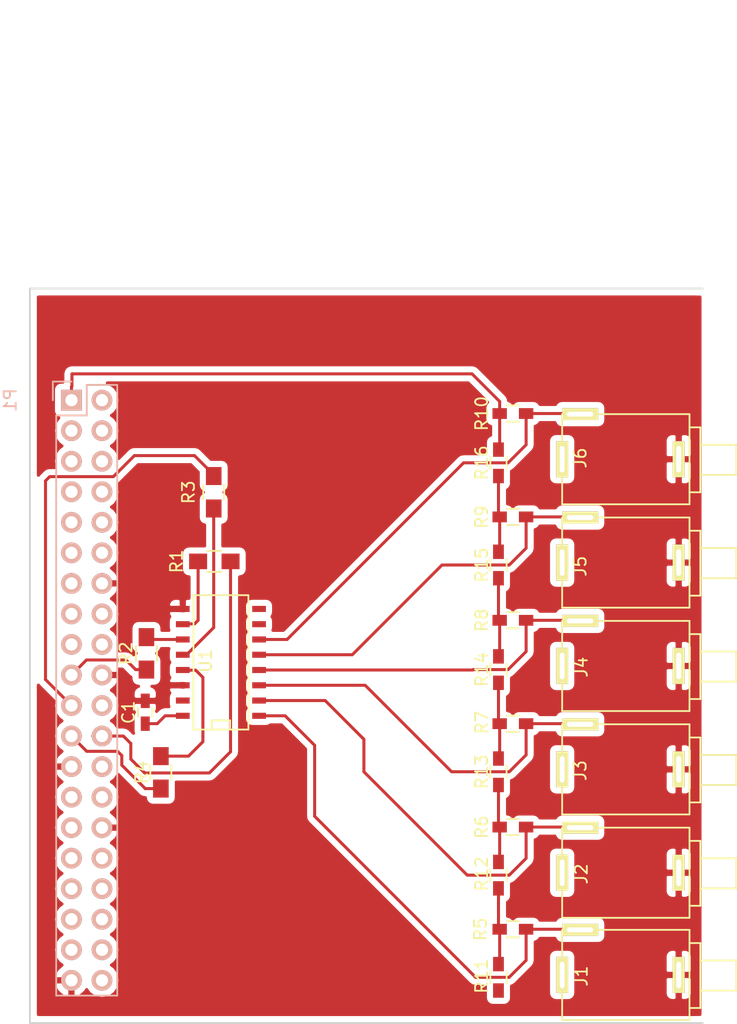
<source format=kicad_pcb>
(kicad_pcb (version 4) (host pcbnew 4.0.2-stable)

  (general
    (links 58)
    (no_connects 14)
    (area 187.424999 78.824999 243.575001 140.075001)
    (thickness 1.6)
    (drawings 8)
    (tracks 129)
    (zones 0)
    (modules 25)
    (nets 18)
  )

  (page A4)
  (layers
    (0 F.Cu signal)
    (31 B.Cu signal)
    (32 B.Adhes user)
    (33 F.Adhes user)
    (34 B.Paste user)
    (35 F.Paste user)
    (36 B.SilkS user)
    (37 F.SilkS user)
    (38 B.Mask user)
    (39 F.Mask user)
    (40 Dwgs.User user)
    (41 Cmts.User user)
    (42 Eco1.User user)
    (43 Eco2.User user)
    (44 Edge.Cuts user)
    (45 Margin user)
    (46 B.CrtYd user)
    (47 F.CrtYd user)
    (48 B.Fab user)
    (49 F.Fab user)
  )

  (setup
    (last_trace_width 0.25)
    (trace_clearance 0.2)
    (zone_clearance 0.508)
    (zone_45_only no)
    (trace_min 0.2)
    (segment_width 0.2)
    (edge_width 0.15)
    (via_size 0.6)
    (via_drill 0.4)
    (via_min_size 0.4)
    (via_min_drill 0.3)
    (uvia_size 0.3)
    (uvia_drill 0.1)
    (uvias_allowed no)
    (uvia_min_size 0.2)
    (uvia_min_drill 0.1)
    (pcb_text_width 0.3)
    (pcb_text_size 1.5 1.5)
    (mod_edge_width 0.15)
    (mod_text_size 1 1)
    (mod_text_width 0.15)
    (pad_size 1.524 1.524)
    (pad_drill 0.762)
    (pad_to_mask_clearance 0.2)
    (aux_axis_origin 0 0)
    (visible_elements FFFFFF7F)
    (pcbplotparams
      (layerselection 0x00030_80000001)
      (usegerberextensions false)
      (excludeedgelayer true)
      (linewidth 0.100000)
      (plotframeref false)
      (viasonmask false)
      (mode 1)
      (useauxorigin false)
      (hpglpennumber 1)
      (hpglpenspeed 20)
      (hpglpendiameter 15)
      (hpglpenoverlay 2)
      (psnegative false)
      (psa4output false)
      (plotreference true)
      (plotvalue true)
      (plotinvisibletext false)
      (padsonsilk false)
      (subtractmaskfromsilk false)
      (outputformat 1)
      (mirror false)
      (drillshape 1)
      (scaleselection 1)
      (outputdirectory ""))
  )

  (net 0 "")
  (net 1 +3V3)
  (net 2 GND)
  (net 3 /CH0)
  (net 4 /CH1)
  (net 5 /CH2)
  (net 6 /CH3)
  (net 7 /CH4)
  (net 8 /CH5)
  (net 9 +5V)
  (net 10 /MOSI)
  (net 11 /MISO)
  (net 12 /SPI_CLK)
  (net 13 /CS)
  (net 14 "Net-(R1-Pad1)")
  (net 15 "Net-(R2-Pad1)")
  (net 16 "Net-(R3-Pad1)")
  (net 17 "Net-(R4-Pad1)")

  (net_class Default "Dies ist die voreingestellte Netzklasse."
    (clearance 0.2)
    (trace_width 0.25)
    (via_dia 0.6)
    (via_drill 0.4)
    (uvia_dia 0.3)
    (uvia_drill 0.1)
    (add_net +3V3)
    (add_net +5V)
    (add_net /CH0)
    (add_net /CH1)
    (add_net /CH2)
    (add_net /CH3)
    (add_net /CH4)
    (add_net /CH5)
    (add_net /CS)
    (add_net /MISO)
    (add_net /MOSI)
    (add_net /SPI_CLK)
    (add_net GND)
    (add_net "Net-(R1-Pad1)")
    (add_net "Net-(R2-Pad1)")
    (add_net "Net-(R3-Pad1)")
    (add_net "Net-(R4-Pad1)")
  )

  (module Custom_footprints:mono_jack (layer F.Cu) (tedit 5765F226) (tstamp 5765F34B)
    (at 242.5 96.95 90)
    (path /57662FA5)
    (fp_text reference J6 (at 3.95 -9.2 90) (layer F.SilkS)
      (effects (font (size 1 1) (thickness 0.15)))
    )
    (fp_text value JACK_2P (at 4 -12.4 90) (layer F.Fab)
      (effects (font (size 1 1) (thickness 0.15)))
    )
    (fp_line (start 2.55 3.8) (end 5.05 3.8) (layer F.SilkS) (width 0.15))
    (fp_line (start 5.05 0.8) (end 5.05 3.8) (layer F.SilkS) (width 0.15))
    (fp_line (start 2.55 3.8) (end 2.55 0.8) (layer F.SilkS) (width 0.15))
    (fp_line (start 6.5 0.8) (end 1.1 0.8) (layer F.SilkS) (width 0.15))
    (fp_line (start 6.5 -0.1) (end 6.5 0.8) (layer F.SilkS) (width 0.15))
    (fp_line (start 1.1 -0.1) (end 1.1 0.8) (layer F.SilkS) (width 0.15))
    (fp_line (start 0.1 -10.7) (end 0.1 -0.1) (layer F.SilkS) (width 0.15))
    (fp_line (start 7.6 -10.7) (end 0.1 -10.7) (layer F.SilkS) (width 0.15))
    (fp_line (start 7.6 -0.1) (end 7.6 -10.7) (layer F.SilkS) (width 0.15))
    (fp_line (start 0.1 -0.1) (end 7.6 -0.1) (layer F.SilkS) (width 0.15))
    (pad 2 thru_hole rect (at 3.85 -10.7 90) (size 3 1) (drill oval 2.2 0.4) (layers *.Cu *.Mask F.SilkS))
    (pad 3 thru_hole rect (at 7.6 -9.2 180) (size 3 1) (drill oval 2.2 0.4) (layers *.Cu *.Mask F.SilkS)
      (net 8 /CH5))
    (pad 1 thru_hole rect (at 3.85 -1 90) (size 3 1) (drill oval 2.2 0.4) (layers *.Cu *.Mask F.SilkS)
      (net 2 GND))
  )

  (module Socket_Strips:Socket_Strip_Straight_2x20 (layer B.Cu) (tedit 0) (tstamp 57648933)
    (at 190.96 88.19 270)
    (descr "Through hole socket strip")
    (tags "socket strip")
    (path /576415E7)
    (fp_text reference P1 (at 0 5.1 270) (layer B.SilkS)
      (effects (font (size 1 1) (thickness 0.15)) (justify mirror))
    )
    (fp_text value "Rasperry Pi GPIO" (at 0 3.1 270) (layer B.Fab)
      (effects (font (size 1 1) (thickness 0.15)) (justify mirror))
    )
    (fp_line (start -1.75 1.75) (end -1.75 -4.3) (layer B.CrtYd) (width 0.05))
    (fp_line (start 50.05 1.75) (end 50.05 -4.3) (layer B.CrtYd) (width 0.05))
    (fp_line (start -1.75 1.75) (end 50.05 1.75) (layer B.CrtYd) (width 0.05))
    (fp_line (start -1.75 -4.3) (end 50.05 -4.3) (layer B.CrtYd) (width 0.05))
    (fp_line (start 49.53 -3.81) (end -1.27 -3.81) (layer B.SilkS) (width 0.15))
    (fp_line (start 1.27 1.27) (end 49.53 1.27) (layer B.SilkS) (width 0.15))
    (fp_line (start 49.53 -3.81) (end 49.53 1.27) (layer B.SilkS) (width 0.15))
    (fp_line (start -1.27 -3.81) (end -1.27 -1.27) (layer B.SilkS) (width 0.15))
    (fp_line (start 0 1.55) (end -1.55 1.55) (layer B.SilkS) (width 0.15))
    (fp_line (start -1.27 -1.27) (end 1.27 -1.27) (layer B.SilkS) (width 0.15))
    (fp_line (start 1.27 -1.27) (end 1.27 1.27) (layer B.SilkS) (width 0.15))
    (fp_line (start -1.55 1.55) (end -1.55 0) (layer B.SilkS) (width 0.15))
    (pad 1 thru_hole rect (at 0 0 270) (size 1.7272 1.7272) (drill 1.016) (layers *.Cu *.Mask B.SilkS)
      (net 1 +3V3))
    (pad 2 thru_hole oval (at 0 -2.54 270) (size 1.7272 1.7272) (drill 1.016) (layers *.Cu *.Mask B.SilkS)
      (net 9 +5V))
    (pad 3 thru_hole oval (at 2.54 0 270) (size 1.7272 1.7272) (drill 1.016) (layers *.Cu *.Mask B.SilkS))
    (pad 4 thru_hole oval (at 2.54 -2.54 270) (size 1.7272 1.7272) (drill 1.016) (layers *.Cu *.Mask B.SilkS)
      (net 9 +5V))
    (pad 5 thru_hole oval (at 5.08 0 270) (size 1.7272 1.7272) (drill 1.016) (layers *.Cu *.Mask B.SilkS))
    (pad 6 thru_hole oval (at 5.08 -2.54 270) (size 1.7272 1.7272) (drill 1.016) (layers *.Cu *.Mask B.SilkS)
      (net 2 GND))
    (pad 7 thru_hole oval (at 7.62 0 270) (size 1.7272 1.7272) (drill 1.016) (layers *.Cu *.Mask B.SilkS))
    (pad 8 thru_hole oval (at 7.62 -2.54 270) (size 1.7272 1.7272) (drill 1.016) (layers *.Cu *.Mask B.SilkS))
    (pad 9 thru_hole oval (at 10.16 0 270) (size 1.7272 1.7272) (drill 1.016) (layers *.Cu *.Mask B.SilkS)
      (net 2 GND))
    (pad 10 thru_hole oval (at 10.16 -2.54 270) (size 1.7272 1.7272) (drill 1.016) (layers *.Cu *.Mask B.SilkS))
    (pad 11 thru_hole oval (at 12.7 0 270) (size 1.7272 1.7272) (drill 1.016) (layers *.Cu *.Mask B.SilkS))
    (pad 12 thru_hole oval (at 12.7 -2.54 270) (size 1.7272 1.7272) (drill 1.016) (layers *.Cu *.Mask B.SilkS))
    (pad 13 thru_hole oval (at 15.24 0 270) (size 1.7272 1.7272) (drill 1.016) (layers *.Cu *.Mask B.SilkS))
    (pad 14 thru_hole oval (at 15.24 -2.54 270) (size 1.7272 1.7272) (drill 1.016) (layers *.Cu *.Mask B.SilkS)
      (net 2 GND))
    (pad 15 thru_hole oval (at 17.78 0 270) (size 1.7272 1.7272) (drill 1.016) (layers *.Cu *.Mask B.SilkS))
    (pad 16 thru_hole oval (at 17.78 -2.54 270) (size 1.7272 1.7272) (drill 1.016) (layers *.Cu *.Mask B.SilkS))
    (pad 17 thru_hole oval (at 20.32 0 270) (size 1.7272 1.7272) (drill 1.016) (layers *.Cu *.Mask B.SilkS)
      (net 1 +3V3))
    (pad 18 thru_hole oval (at 20.32 -2.54 270) (size 1.7272 1.7272) (drill 1.016) (layers *.Cu *.Mask B.SilkS))
    (pad 19 thru_hole oval (at 22.86 0 270) (size 1.7272 1.7272) (drill 1.016) (layers *.Cu *.Mask B.SilkS)
      (net 10 /MOSI))
    (pad 20 thru_hole oval (at 22.86 -2.54 270) (size 1.7272 1.7272) (drill 1.016) (layers *.Cu *.Mask B.SilkS)
      (net 2 GND))
    (pad 21 thru_hole oval (at 25.4 0 270) (size 1.7272 1.7272) (drill 1.016) (layers *.Cu *.Mask B.SilkS)
      (net 11 /MISO))
    (pad 22 thru_hole oval (at 25.4 -2.54 270) (size 1.7272 1.7272) (drill 1.016) (layers *.Cu *.Mask B.SilkS))
    (pad 23 thru_hole oval (at 27.94 0 270) (size 1.7272 1.7272) (drill 1.016) (layers *.Cu *.Mask B.SilkS)
      (net 12 /SPI_CLK))
    (pad 24 thru_hole oval (at 27.94 -2.54 270) (size 1.7272 1.7272) (drill 1.016) (layers *.Cu *.Mask B.SilkS)
      (net 13 /CS))
    (pad 25 thru_hole oval (at 30.48 0 270) (size 1.7272 1.7272) (drill 1.016) (layers *.Cu *.Mask B.SilkS)
      (net 2 GND))
    (pad 26 thru_hole oval (at 30.48 -2.54 270) (size 1.7272 1.7272) (drill 1.016) (layers *.Cu *.Mask B.SilkS))
    (pad 27 thru_hole oval (at 33.02 0 270) (size 1.7272 1.7272) (drill 1.016) (layers *.Cu *.Mask B.SilkS))
    (pad 28 thru_hole oval (at 33.02 -2.54 270) (size 1.7272 1.7272) (drill 1.016) (layers *.Cu *.Mask B.SilkS))
    (pad 29 thru_hole oval (at 35.56 0 270) (size 1.7272 1.7272) (drill 1.016) (layers *.Cu *.Mask B.SilkS))
    (pad 30 thru_hole oval (at 35.56 -2.54 270) (size 1.7272 1.7272) (drill 1.016) (layers *.Cu *.Mask B.SilkS)
      (net 2 GND))
    (pad 31 thru_hole oval (at 38.1 0 270) (size 1.7272 1.7272) (drill 1.016) (layers *.Cu *.Mask B.SilkS))
    (pad 32 thru_hole oval (at 38.1 -2.54 270) (size 1.7272 1.7272) (drill 1.016) (layers *.Cu *.Mask B.SilkS))
    (pad 33 thru_hole oval (at 40.64 0 270) (size 1.7272 1.7272) (drill 1.016) (layers *.Cu *.Mask B.SilkS))
    (pad 34 thru_hole oval (at 40.64 -2.54 270) (size 1.7272 1.7272) (drill 1.016) (layers *.Cu *.Mask B.SilkS))
    (pad 35 thru_hole oval (at 43.18 0 270) (size 1.7272 1.7272) (drill 1.016) (layers *.Cu *.Mask B.SilkS))
    (pad 36 thru_hole oval (at 43.18 -2.54 270) (size 1.7272 1.7272) (drill 1.016) (layers *.Cu *.Mask B.SilkS))
    (pad 37 thru_hole oval (at 45.72 0 270) (size 1.7272 1.7272) (drill 1.016) (layers *.Cu *.Mask B.SilkS))
    (pad 38 thru_hole oval (at 45.72 -2.54 270) (size 1.7272 1.7272) (drill 1.016) (layers *.Cu *.Mask B.SilkS))
    (pad 39 thru_hole oval (at 48.26 0 270) (size 1.7272 1.7272) (drill 1.016) (layers *.Cu *.Mask B.SilkS)
      (net 2 GND))
    (pad 40 thru_hole oval (at 48.26 -2.54 270) (size 1.7272 1.7272) (drill 1.016) (layers *.Cu *.Mask B.SilkS))
    (model Socket_Strips.3dshapes/Socket_Strip_Straight_2x20.wrl
      (at (xyz 0.95 -0.05 0))
      (scale (xyz 1 1 1))
      (rotate (xyz 0 0 180))
    )
  )

  (module SMD_Packages:SO-16-N (layer F.Cu) (tedit 0) (tstamp 5764896B)
    (at 203.4 110 90)
    (descr "Module CMS SOJ 16 pins large")
    (tags "CMS SOJ")
    (path /57641B69)
    (attr smd)
    (fp_text reference U1 (at 0.127 -1.27 90) (layer F.SilkS)
      (effects (font (size 1 1) (thickness 0.15)))
    )
    (fp_text value MCP3208 (at 0 1.27 90) (layer F.Fab)
      (effects (font (size 1 1) (thickness 0.15)))
    )
    (fp_line (start -5.588 -0.762) (end -4.826 -0.762) (layer F.SilkS) (width 0.15))
    (fp_line (start -4.826 -0.762) (end -4.826 0.762) (layer F.SilkS) (width 0.15))
    (fp_line (start -4.826 0.762) (end -5.588 0.762) (layer F.SilkS) (width 0.15))
    (fp_line (start 5.588 -2.286) (end 5.588 2.286) (layer F.SilkS) (width 0.15))
    (fp_line (start 5.588 2.286) (end -5.588 2.286) (layer F.SilkS) (width 0.15))
    (fp_line (start -5.588 2.286) (end -5.588 -2.286) (layer F.SilkS) (width 0.15))
    (fp_line (start -5.588 -2.286) (end 5.588 -2.286) (layer F.SilkS) (width 0.15))
    (pad 16 smd rect (at -4.445 -3.175 90) (size 0.508 1.143) (layers F.Cu F.Paste F.Mask)
      (net 1 +3V3))
    (pad 14 smd rect (at -1.905 -3.175 90) (size 0.508 1.143) (layers F.Cu F.Paste F.Mask)
      (net 2 GND))
    (pad 13 smd rect (at -0.635 -3.175 90) (size 0.508 1.143) (layers F.Cu F.Paste F.Mask)
      (net 17 "Net-(R4-Pad1)"))
    (pad 12 smd rect (at 0.635 -3.175 90) (size 0.508 1.143) (layers F.Cu F.Paste F.Mask)
      (net 16 "Net-(R3-Pad1)"))
    (pad 11 smd rect (at 1.905 -3.175 90) (size 0.508 1.143) (layers F.Cu F.Paste F.Mask)
      (net 15 "Net-(R2-Pad1)"))
    (pad 10 smd rect (at 3.175 -3.175 90) (size 0.508 1.143) (layers F.Cu F.Paste F.Mask)
      (net 14 "Net-(R1-Pad1)"))
    (pad 9 smd rect (at 4.445 -3.175 90) (size 0.508 1.143) (layers F.Cu F.Paste F.Mask)
      (net 2 GND))
    (pad 8 smd rect (at 4.445 3.175 90) (size 0.508 1.143) (layers F.Cu F.Paste F.Mask))
    (pad 7 smd rect (at 3.175 3.175 90) (size 0.508 1.143) (layers F.Cu F.Paste F.Mask))
    (pad 6 smd rect (at 1.905 3.175 90) (size 0.508 1.143) (layers F.Cu F.Paste F.Mask)
      (net 8 /CH5))
    (pad 5 smd rect (at 0.635 3.175 90) (size 0.508 1.143) (layers F.Cu F.Paste F.Mask)
      (net 7 /CH4))
    (pad 4 smd rect (at -0.635 3.175 90) (size 0.508 1.143) (layers F.Cu F.Paste F.Mask)
      (net 6 /CH3))
    (pad 3 smd rect (at -1.905 3.175 90) (size 0.508 1.143) (layers F.Cu F.Paste F.Mask)
      (net 5 /CH2))
    (pad 2 smd rect (at -3.175 3.175 90) (size 0.508 1.143) (layers F.Cu F.Paste F.Mask)
      (net 4 /CH1))
    (pad 1 smd rect (at -4.445 3.175 90) (size 0.508 1.143) (layers F.Cu F.Paste F.Mask)
      (net 3 /CH0))
    (pad 15 smd rect (at -3.175 -3.175 90) (size 0.508 1.143) (layers F.Cu F.Paste F.Mask)
      (net 1 +3V3))
    (model SMD_Packages.3dshapes/SO-16-N.wrl
      (at (xyz 0 0 0))
      (scale (xyz 0.5 0.4 0.5))
      (rotate (xyz 0 0 0))
    )
  )

  (module Resistors_SMD:R_0805_HandSoldering (layer F.Cu) (tedit 54189DEE) (tstamp 5764B96F)
    (at 202.85 101.6)
    (descr "Resistor SMD 0805, hand soldering")
    (tags "resistor 0805")
    (path /57672D73)
    (attr smd)
    (fp_text reference R1 (at -3.15 0 90) (layer F.SilkS)
      (effects (font (size 1 1) (thickness 0.15)))
    )
    (fp_text value 100R (at 3.25 0 90) (layer F.Fab)
      (effects (font (size 1 1) (thickness 0.15)))
    )
    (fp_line (start -2.4 -1) (end 2.4 -1) (layer F.CrtYd) (width 0.05))
    (fp_line (start -2.4 1) (end 2.4 1) (layer F.CrtYd) (width 0.05))
    (fp_line (start -2.4 -1) (end -2.4 1) (layer F.CrtYd) (width 0.05))
    (fp_line (start 2.4 -1) (end 2.4 1) (layer F.CrtYd) (width 0.05))
    (fp_line (start 0.6 0.875) (end -0.6 0.875) (layer F.SilkS) (width 0.15))
    (fp_line (start -0.6 -0.875) (end 0.6 -0.875) (layer F.SilkS) (width 0.15))
    (pad 1 smd rect (at -1.35 0) (size 1.5 1.3) (layers F.Cu F.Paste F.Mask)
      (net 14 "Net-(R1-Pad1)"))
    (pad 2 smd rect (at 1.35 0) (size 1.5 1.3) (layers F.Cu F.Paste F.Mask)
      (net 13 /CS))
    (model Resistors_SMD.3dshapes/R_0805_HandSoldering.wrl
      (at (xyz 0 0 0))
      (scale (xyz 1 1 1))
      (rotate (xyz 0 0 0))
    )
  )

  (module Resistors_SMD:R_0805_HandSoldering (layer F.Cu) (tedit 54189DEE) (tstamp 5764B975)
    (at 197.2 109.25 270)
    (descr "Resistor SMD 0805, hand soldering")
    (tags "resistor 0805")
    (path /57672EEF)
    (attr smd)
    (fp_text reference R2 (at 0 1.7 270) (layer F.SilkS)
      (effects (font (size 1 1) (thickness 0.15)))
    )
    (fp_text value 100R (at 0 -1.6 270) (layer F.Fab)
      (effects (font (size 1 1) (thickness 0.15)))
    )
    (fp_line (start -2.4 -1) (end 2.4 -1) (layer F.CrtYd) (width 0.05))
    (fp_line (start -2.4 1) (end 2.4 1) (layer F.CrtYd) (width 0.05))
    (fp_line (start -2.4 -1) (end -2.4 1) (layer F.CrtYd) (width 0.05))
    (fp_line (start 2.4 -1) (end 2.4 1) (layer F.CrtYd) (width 0.05))
    (fp_line (start 0.6 0.875) (end -0.6 0.875) (layer F.SilkS) (width 0.15))
    (fp_line (start -0.6 -0.875) (end 0.6 -0.875) (layer F.SilkS) (width 0.15))
    (pad 1 smd rect (at -1.35 0 270) (size 1.5 1.3) (layers F.Cu F.Paste F.Mask)
      (net 15 "Net-(R2-Pad1)"))
    (pad 2 smd rect (at 1.35 0 270) (size 1.5 1.3) (layers F.Cu F.Paste F.Mask)
      (net 10 /MOSI))
    (model Resistors_SMD.3dshapes/R_0805_HandSoldering.wrl
      (at (xyz 0 0 0))
      (scale (xyz 1 1 1))
      (rotate (xyz 0 0 0))
    )
  )

  (module Resistors_SMD:R_0805_HandSoldering (layer F.Cu) (tedit 54189DEE) (tstamp 5764B97B)
    (at 202.8 95.85 90)
    (descr "Resistor SMD 0805, hand soldering")
    (tags "resistor 0805")
    (path /57672FCB)
    (attr smd)
    (fp_text reference R3 (at 0 -2.1 90) (layer F.SilkS)
      (effects (font (size 1 1) (thickness 0.15)))
    )
    (fp_text value 100R (at 0 2.1 90) (layer F.Fab)
      (effects (font (size 1 1) (thickness 0.15)))
    )
    (fp_line (start -2.4 -1) (end 2.4 -1) (layer F.CrtYd) (width 0.05))
    (fp_line (start -2.4 1) (end 2.4 1) (layer F.CrtYd) (width 0.05))
    (fp_line (start -2.4 -1) (end -2.4 1) (layer F.CrtYd) (width 0.05))
    (fp_line (start 2.4 -1) (end 2.4 1) (layer F.CrtYd) (width 0.05))
    (fp_line (start 0.6 0.875) (end -0.6 0.875) (layer F.SilkS) (width 0.15))
    (fp_line (start -0.6 -0.875) (end 0.6 -0.875) (layer F.SilkS) (width 0.15))
    (pad 1 smd rect (at -1.35 0 90) (size 1.5 1.3) (layers F.Cu F.Paste F.Mask)
      (net 16 "Net-(R3-Pad1)"))
    (pad 2 smd rect (at 1.35 0 90) (size 1.5 1.3) (layers F.Cu F.Paste F.Mask)
      (net 11 /MISO))
    (model Resistors_SMD.3dshapes/R_0805_HandSoldering.wrl
      (at (xyz 0 0 0))
      (scale (xyz 1 1 1))
      (rotate (xyz 0 0 0))
    )
  )

  (module Resistors_SMD:R_0805_HandSoldering (layer F.Cu) (tedit 54189DEE) (tstamp 5764B981)
    (at 198.4 119.15 270)
    (descr "Resistor SMD 0805, hand soldering")
    (tags "resistor 0805")
    (path /57673085)
    (attr smd)
    (fp_text reference R4 (at 0 1.6 270) (layer F.SilkS)
      (effects (font (size 1 1) (thickness 0.15)))
    )
    (fp_text value 100R (at 0 -1.7 270) (layer F.Fab)
      (effects (font (size 1 1) (thickness 0.15)))
    )
    (fp_line (start -2.4 -1) (end 2.4 -1) (layer F.CrtYd) (width 0.05))
    (fp_line (start -2.4 1) (end 2.4 1) (layer F.CrtYd) (width 0.05))
    (fp_line (start -2.4 -1) (end -2.4 1) (layer F.CrtYd) (width 0.05))
    (fp_line (start 2.4 -1) (end 2.4 1) (layer F.CrtYd) (width 0.05))
    (fp_line (start 0.6 0.875) (end -0.6 0.875) (layer F.SilkS) (width 0.15))
    (fp_line (start -0.6 -0.875) (end 0.6 -0.875) (layer F.SilkS) (width 0.15))
    (pad 1 smd rect (at -1.35 0 270) (size 1.5 1.3) (layers F.Cu F.Paste F.Mask)
      (net 17 "Net-(R4-Pad1)"))
    (pad 2 smd rect (at 1.35 0 270) (size 1.5 1.3) (layers F.Cu F.Paste F.Mask)
      (net 12 /SPI_CLK))
    (model Resistors_SMD.3dshapes/R_0805_HandSoldering.wrl
      (at (xyz 0 0 0))
      (scale (xyz 1 1 1))
      (rotate (xyz 0 0 0))
    )
  )

  (module Resistors_SMD:R_0603_HandSoldering (layer F.Cu) (tedit 5418A00F) (tstamp 5765E9EC)
    (at 227.7 132.2)
    (descr "Resistor SMD 0603, hand soldering")
    (tags "resistor 0603")
    (path /576624F1)
    (attr smd)
    (fp_text reference R5 (at -2.7 0 90) (layer F.SilkS)
      (effects (font (size 1 1) (thickness 0.15)))
    )
    (fp_text value 10k (at -0.1 1.4 180) (layer F.Fab)
      (effects (font (size 1 1) (thickness 0.15)))
    )
    (fp_line (start -2 -0.8) (end 2 -0.8) (layer F.CrtYd) (width 0.05))
    (fp_line (start -2 0.8) (end 2 0.8) (layer F.CrtYd) (width 0.05))
    (fp_line (start -2 -0.8) (end -2 0.8) (layer F.CrtYd) (width 0.05))
    (fp_line (start 2 -0.8) (end 2 0.8) (layer F.CrtYd) (width 0.05))
    (fp_line (start 0.5 0.675) (end -0.5 0.675) (layer F.SilkS) (width 0.15))
    (fp_line (start -0.5 -0.675) (end 0.5 -0.675) (layer F.SilkS) (width 0.15))
    (pad 1 smd rect (at -1.1 0) (size 1.2 0.9) (layers F.Cu F.Paste F.Mask)
      (net 1 +3V3))
    (pad 2 smd rect (at 1.1 0) (size 1.2 0.9) (layers F.Cu F.Paste F.Mask)
      (net 3 /CH0))
    (model Resistors_SMD.3dshapes/R_0603_HandSoldering.wrl
      (at (xyz 0 0 0))
      (scale (xyz 1 1 1))
      (rotate (xyz 0 0 0))
    )
  )

  (module Resistors_SMD:R_0603_HandSoldering (layer F.Cu) (tedit 5418A00F) (tstamp 5765E9F2)
    (at 227.7 123.7)
    (descr "Resistor SMD 0603, hand soldering")
    (tags "resistor 0603")
    (path /576604B8)
    (attr smd)
    (fp_text reference R6 (at -2.6 0 90) (layer F.SilkS)
      (effects (font (size 1 1) (thickness 0.15)))
    )
    (fp_text value 10k (at 0 1.4) (layer F.Fab)
      (effects (font (size 1 1) (thickness 0.15)))
    )
    (fp_line (start -2 -0.8) (end 2 -0.8) (layer F.CrtYd) (width 0.05))
    (fp_line (start -2 0.8) (end 2 0.8) (layer F.CrtYd) (width 0.05))
    (fp_line (start -2 -0.8) (end -2 0.8) (layer F.CrtYd) (width 0.05))
    (fp_line (start 2 -0.8) (end 2 0.8) (layer F.CrtYd) (width 0.05))
    (fp_line (start 0.5 0.675) (end -0.5 0.675) (layer F.SilkS) (width 0.15))
    (fp_line (start -0.5 -0.675) (end 0.5 -0.675) (layer F.SilkS) (width 0.15))
    (pad 1 smd rect (at -1.1 0) (size 1.2 0.9) (layers F.Cu F.Paste F.Mask)
      (net 1 +3V3))
    (pad 2 smd rect (at 1.1 0) (size 1.2 0.9) (layers F.Cu F.Paste F.Mask)
      (net 4 /CH1))
    (model Resistors_SMD.3dshapes/R_0603_HandSoldering.wrl
      (at (xyz 0 0 0))
      (scale (xyz 1 1 1))
      (rotate (xyz 0 0 0))
    )
  )

  (module Resistors_SMD:R_0603_HandSoldering (layer F.Cu) (tedit 5418A00F) (tstamp 5765E9F8)
    (at 227.7 115.1)
    (descr "Resistor SMD 0603, hand soldering")
    (tags "resistor 0603")
    (path /57662A6B)
    (attr smd)
    (fp_text reference R7 (at -2.6 -0.1 90) (layer F.SilkS)
      (effects (font (size 1 1) (thickness 0.15)))
    )
    (fp_text value 10k (at 0 1.4) (layer F.Fab)
      (effects (font (size 1 1) (thickness 0.15)))
    )
    (fp_line (start -2 -0.8) (end 2 -0.8) (layer F.CrtYd) (width 0.05))
    (fp_line (start -2 0.8) (end 2 0.8) (layer F.CrtYd) (width 0.05))
    (fp_line (start -2 -0.8) (end -2 0.8) (layer F.CrtYd) (width 0.05))
    (fp_line (start 2 -0.8) (end 2 0.8) (layer F.CrtYd) (width 0.05))
    (fp_line (start 0.5 0.675) (end -0.5 0.675) (layer F.SilkS) (width 0.15))
    (fp_line (start -0.5 -0.675) (end 0.5 -0.675) (layer F.SilkS) (width 0.15))
    (pad 1 smd rect (at -1.1 0) (size 1.2 0.9) (layers F.Cu F.Paste F.Mask)
      (net 1 +3V3))
    (pad 2 smd rect (at 1.1 0) (size 1.2 0.9) (layers F.Cu F.Paste F.Mask)
      (net 5 /CH2))
    (model Resistors_SMD.3dshapes/R_0603_HandSoldering.wrl
      (at (xyz 0 0 0))
      (scale (xyz 1 1 1))
      (rotate (xyz 0 0 0))
    )
  )

  (module Resistors_SMD:R_0603_HandSoldering (layer F.Cu) (tedit 5418A00F) (tstamp 5765E9FE)
    (at 227.7 106.5)
    (descr "Resistor SMD 0603, hand soldering")
    (tags "resistor 0603")
    (path /57662A4B)
    (attr smd)
    (fp_text reference R8 (at -2.6 0 90) (layer F.SilkS)
      (effects (font (size 1 1) (thickness 0.15)))
    )
    (fp_text value 10k (at 0 1.5) (layer F.Fab)
      (effects (font (size 1 1) (thickness 0.15)))
    )
    (fp_line (start -2 -0.8) (end 2 -0.8) (layer F.CrtYd) (width 0.05))
    (fp_line (start -2 0.8) (end 2 0.8) (layer F.CrtYd) (width 0.05))
    (fp_line (start -2 -0.8) (end -2 0.8) (layer F.CrtYd) (width 0.05))
    (fp_line (start 2 -0.8) (end 2 0.8) (layer F.CrtYd) (width 0.05))
    (fp_line (start 0.5 0.675) (end -0.5 0.675) (layer F.SilkS) (width 0.15))
    (fp_line (start -0.5 -0.675) (end 0.5 -0.675) (layer F.SilkS) (width 0.15))
    (pad 1 smd rect (at -1.1 0) (size 1.2 0.9) (layers F.Cu F.Paste F.Mask)
      (net 1 +3V3))
    (pad 2 smd rect (at 1.1 0) (size 1.2 0.9) (layers F.Cu F.Paste F.Mask)
      (net 6 /CH3))
    (model Resistors_SMD.3dshapes/R_0603_HandSoldering.wrl
      (at (xyz 0 0 0))
      (scale (xyz 1 1 1))
      (rotate (xyz 0 0 0))
    )
  )

  (module Resistors_SMD:R_0603_HandSoldering (layer F.Cu) (tedit 5418A00F) (tstamp 5765EA04)
    (at 227.7 97.9)
    (descr "Resistor SMD 0603, hand soldering")
    (tags "resistor 0603")
    (path /57662FD9)
    (attr smd)
    (fp_text reference R9 (at -2.6 0 90) (layer F.SilkS)
      (effects (font (size 1 1) (thickness 0.15)))
    )
    (fp_text value 10k (at 0 1.5) (layer F.Fab)
      (effects (font (size 1 1) (thickness 0.15)))
    )
    (fp_line (start -2 -0.8) (end 2 -0.8) (layer F.CrtYd) (width 0.05))
    (fp_line (start -2 0.8) (end 2 0.8) (layer F.CrtYd) (width 0.05))
    (fp_line (start -2 -0.8) (end -2 0.8) (layer F.CrtYd) (width 0.05))
    (fp_line (start 2 -0.8) (end 2 0.8) (layer F.CrtYd) (width 0.05))
    (fp_line (start 0.5 0.675) (end -0.5 0.675) (layer F.SilkS) (width 0.15))
    (fp_line (start -0.5 -0.675) (end 0.5 -0.675) (layer F.SilkS) (width 0.15))
    (pad 1 smd rect (at -1.1 0) (size 1.2 0.9) (layers F.Cu F.Paste F.Mask)
      (net 1 +3V3))
    (pad 2 smd rect (at 1.1 0) (size 1.2 0.9) (layers F.Cu F.Paste F.Mask)
      (net 7 /CH4))
    (model Resistors_SMD.3dshapes/R_0603_HandSoldering.wrl
      (at (xyz 0 0 0))
      (scale (xyz 1 1 1))
      (rotate (xyz 0 0 0))
    )
  )

  (module Resistors_SMD:R_0603_HandSoldering (layer F.Cu) (tedit 5418A00F) (tstamp 5765EA0A)
    (at 227.7 89.3)
    (descr "Resistor SMD 0603, hand soldering")
    (tags "resistor 0603")
    (path /57662FB9)
    (attr smd)
    (fp_text reference R10 (at -2.6 0 90) (layer F.SilkS)
      (effects (font (size 1 1) (thickness 0.15)))
    )
    (fp_text value 10k (at 0 1.5) (layer F.Fab)
      (effects (font (size 1 1) (thickness 0.15)))
    )
    (fp_line (start -2 -0.8) (end 2 -0.8) (layer F.CrtYd) (width 0.05))
    (fp_line (start -2 0.8) (end 2 0.8) (layer F.CrtYd) (width 0.05))
    (fp_line (start -2 -0.8) (end -2 0.8) (layer F.CrtYd) (width 0.05))
    (fp_line (start 2 -0.8) (end 2 0.8) (layer F.CrtYd) (width 0.05))
    (fp_line (start 0.5 0.675) (end -0.5 0.675) (layer F.SilkS) (width 0.15))
    (fp_line (start -0.5 -0.675) (end 0.5 -0.675) (layer F.SilkS) (width 0.15))
    (pad 1 smd rect (at -1.1 0) (size 1.2 0.9) (layers F.Cu F.Paste F.Mask)
      (net 1 +3V3))
    (pad 2 smd rect (at 1.1 0) (size 1.2 0.9) (layers F.Cu F.Paste F.Mask)
      (net 8 /CH5))
    (model Resistors_SMD.3dshapes/R_0603_HandSoldering.wrl
      (at (xyz 0 0 0))
      (scale (xyz 1 1 1))
      (rotate (xyz 0 0 0))
    )
  )

  (module Capacitors_SMD:C_0603_HandSoldering (layer F.Cu) (tedit 541A9B4D) (tstamp 5765F321)
    (at 197.1 114.15 90)
    (descr "Capacitor SMD 0603, hand soldering")
    (tags "capacitor 0603")
    (path /5766570F)
    (attr smd)
    (fp_text reference C1 (at 0 -1.4 90) (layer F.SilkS)
      (effects (font (size 1 1) (thickness 0.15)))
    )
    (fp_text value 100nF (at 0 1.5 90) (layer F.Fab)
      (effects (font (size 1 1) (thickness 0.15)))
    )
    (fp_line (start -1.85 -0.75) (end 1.85 -0.75) (layer F.CrtYd) (width 0.05))
    (fp_line (start -1.85 0.75) (end 1.85 0.75) (layer F.CrtYd) (width 0.05))
    (fp_line (start -1.85 -0.75) (end -1.85 0.75) (layer F.CrtYd) (width 0.05))
    (fp_line (start 1.85 -0.75) (end 1.85 0.75) (layer F.CrtYd) (width 0.05))
    (fp_line (start -0.35 -0.6) (end 0.35 -0.6) (layer F.SilkS) (width 0.15))
    (fp_line (start 0.35 0.6) (end -0.35 0.6) (layer F.SilkS) (width 0.15))
    (pad 1 smd rect (at -0.95 0 90) (size 1.2 0.75) (layers F.Cu F.Paste F.Mask)
      (net 1 +3V3))
    (pad 2 smd rect (at 0.95 0 90) (size 1.2 0.75) (layers F.Cu F.Paste F.Mask)
      (net 2 GND))
    (model Capacitors_SMD.3dshapes/C_0603_HandSoldering.wrl
      (at (xyz 0 0 0))
      (scale (xyz 1 1 1))
      (rotate (xyz 0 0 0))
    )
  )

  (module Custom_footprints:mono_jack (layer F.Cu) (tedit 5765F226) (tstamp 5765F328)
    (at 242.5 139.85 90)
    (path /576624DD)
    (fp_text reference J1 (at 3.75 -9.1 90) (layer F.SilkS)
      (effects (font (size 1 1) (thickness 0.15)))
    )
    (fp_text value JACK_2P (at 4 -12.4 90) (layer F.Fab)
      (effects (font (size 1 1) (thickness 0.15)))
    )
    (fp_line (start 2.55 3.8) (end 5.05 3.8) (layer F.SilkS) (width 0.15))
    (fp_line (start 5.05 0.8) (end 5.05 3.8) (layer F.SilkS) (width 0.15))
    (fp_line (start 2.55 3.8) (end 2.55 0.8) (layer F.SilkS) (width 0.15))
    (fp_line (start 6.5 0.8) (end 1.1 0.8) (layer F.SilkS) (width 0.15))
    (fp_line (start 6.5 -0.1) (end 6.5 0.8) (layer F.SilkS) (width 0.15))
    (fp_line (start 1.1 -0.1) (end 1.1 0.8) (layer F.SilkS) (width 0.15))
    (fp_line (start 0.1 -10.7) (end 0.1 -0.1) (layer F.SilkS) (width 0.15))
    (fp_line (start 7.6 -10.7) (end 0.1 -10.7) (layer F.SilkS) (width 0.15))
    (fp_line (start 7.6 -0.1) (end 7.6 -10.7) (layer F.SilkS) (width 0.15))
    (fp_line (start 0.1 -0.1) (end 7.6 -0.1) (layer F.SilkS) (width 0.15))
    (pad 2 thru_hole rect (at 3.85 -10.7 90) (size 3 1) (drill oval 2.2 0.4) (layers *.Cu *.Mask F.SilkS))
    (pad 3 thru_hole rect (at 7.6 -9.2 180) (size 3 1) (drill oval 2.2 0.4) (layers *.Cu *.Mask F.SilkS)
      (net 3 /CH0))
    (pad 1 thru_hole rect (at 3.85 -1 90) (size 3 1) (drill oval 2.2 0.4) (layers *.Cu *.Mask F.SilkS)
      (net 2 GND))
  )

  (module Custom_footprints:mono_jack (layer F.Cu) (tedit 5765F226) (tstamp 5765F32F)
    (at 242.5 131.35 90)
    (path /5765F9A4)
    (fp_text reference J2 (at 3.75 -9.1 90) (layer F.SilkS)
      (effects (font (size 1 1) (thickness 0.15)))
    )
    (fp_text value JACK_2P (at 4 -12.4 90) (layer F.Fab)
      (effects (font (size 1 1) (thickness 0.15)))
    )
    (fp_line (start 2.55 3.8) (end 5.05 3.8) (layer F.SilkS) (width 0.15))
    (fp_line (start 5.05 0.8) (end 5.05 3.8) (layer F.SilkS) (width 0.15))
    (fp_line (start 2.55 3.8) (end 2.55 0.8) (layer F.SilkS) (width 0.15))
    (fp_line (start 6.5 0.8) (end 1.1 0.8) (layer F.SilkS) (width 0.15))
    (fp_line (start 6.5 -0.1) (end 6.5 0.8) (layer F.SilkS) (width 0.15))
    (fp_line (start 1.1 -0.1) (end 1.1 0.8) (layer F.SilkS) (width 0.15))
    (fp_line (start 0.1 -10.7) (end 0.1 -0.1) (layer F.SilkS) (width 0.15))
    (fp_line (start 7.6 -10.7) (end 0.1 -10.7) (layer F.SilkS) (width 0.15))
    (fp_line (start 7.6 -0.1) (end 7.6 -10.7) (layer F.SilkS) (width 0.15))
    (fp_line (start 0.1 -0.1) (end 7.6 -0.1) (layer F.SilkS) (width 0.15))
    (pad 2 thru_hole rect (at 3.85 -10.7 90) (size 3 1) (drill oval 2.2 0.4) (layers *.Cu *.Mask F.SilkS))
    (pad 3 thru_hole rect (at 7.6 -9.2 180) (size 3 1) (drill oval 2.2 0.4) (layers *.Cu *.Mask F.SilkS)
      (net 4 /CH1))
    (pad 1 thru_hole rect (at 3.85 -1 90) (size 3 1) (drill oval 2.2 0.4) (layers *.Cu *.Mask F.SilkS)
      (net 2 GND))
  )

  (module Custom_footprints:mono_jack (layer F.Cu) (tedit 5765F226) (tstamp 5765F336)
    (at 242.5 122.75 90)
    (path /57662A57)
    (fp_text reference J3 (at 3.75 -9.2 90) (layer F.SilkS)
      (effects (font (size 1 1) (thickness 0.15)))
    )
    (fp_text value JACK_2P (at 4 -12.4 90) (layer F.Fab)
      (effects (font (size 1 1) (thickness 0.15)))
    )
    (fp_line (start 2.55 3.8) (end 5.05 3.8) (layer F.SilkS) (width 0.15))
    (fp_line (start 5.05 0.8) (end 5.05 3.8) (layer F.SilkS) (width 0.15))
    (fp_line (start 2.55 3.8) (end 2.55 0.8) (layer F.SilkS) (width 0.15))
    (fp_line (start 6.5 0.8) (end 1.1 0.8) (layer F.SilkS) (width 0.15))
    (fp_line (start 6.5 -0.1) (end 6.5 0.8) (layer F.SilkS) (width 0.15))
    (fp_line (start 1.1 -0.1) (end 1.1 0.8) (layer F.SilkS) (width 0.15))
    (fp_line (start 0.1 -10.7) (end 0.1 -0.1) (layer F.SilkS) (width 0.15))
    (fp_line (start 7.6 -10.7) (end 0.1 -10.7) (layer F.SilkS) (width 0.15))
    (fp_line (start 7.6 -0.1) (end 7.6 -10.7) (layer F.SilkS) (width 0.15))
    (fp_line (start 0.1 -0.1) (end 7.6 -0.1) (layer F.SilkS) (width 0.15))
    (pad 2 thru_hole rect (at 3.85 -10.7 90) (size 3 1) (drill oval 2.2 0.4) (layers *.Cu *.Mask F.SilkS))
    (pad 3 thru_hole rect (at 7.6 -9.2 180) (size 3 1) (drill oval 2.2 0.4) (layers *.Cu *.Mask F.SilkS)
      (net 5 /CH2))
    (pad 1 thru_hole rect (at 3.85 -1 90) (size 3 1) (drill oval 2.2 0.4) (layers *.Cu *.Mask F.SilkS)
      (net 2 GND))
  )

  (module Custom_footprints:mono_jack (layer F.Cu) (tedit 5765F226) (tstamp 5765F33D)
    (at 242.5 114.15 90)
    (path /57662A37)
    (fp_text reference J4 (at 3.75 -9.1 90) (layer F.SilkS)
      (effects (font (size 1 1) (thickness 0.15)))
    )
    (fp_text value JACK_2P (at 4 -12.4 90) (layer F.Fab)
      (effects (font (size 1 1) (thickness 0.15)))
    )
    (fp_line (start 2.55 3.8) (end 5.05 3.8) (layer F.SilkS) (width 0.15))
    (fp_line (start 5.05 0.8) (end 5.05 3.8) (layer F.SilkS) (width 0.15))
    (fp_line (start 2.55 3.8) (end 2.55 0.8) (layer F.SilkS) (width 0.15))
    (fp_line (start 6.5 0.8) (end 1.1 0.8) (layer F.SilkS) (width 0.15))
    (fp_line (start 6.5 -0.1) (end 6.5 0.8) (layer F.SilkS) (width 0.15))
    (fp_line (start 1.1 -0.1) (end 1.1 0.8) (layer F.SilkS) (width 0.15))
    (fp_line (start 0.1 -10.7) (end 0.1 -0.1) (layer F.SilkS) (width 0.15))
    (fp_line (start 7.6 -10.7) (end 0.1 -10.7) (layer F.SilkS) (width 0.15))
    (fp_line (start 7.6 -0.1) (end 7.6 -10.7) (layer F.SilkS) (width 0.15))
    (fp_line (start 0.1 -0.1) (end 7.6 -0.1) (layer F.SilkS) (width 0.15))
    (pad 2 thru_hole rect (at 3.85 -10.7 90) (size 3 1) (drill oval 2.2 0.4) (layers *.Cu *.Mask F.SilkS))
    (pad 3 thru_hole rect (at 7.6 -9.2 180) (size 3 1) (drill oval 2.2 0.4) (layers *.Cu *.Mask F.SilkS)
      (net 6 /CH3))
    (pad 1 thru_hole rect (at 3.85 -1 90) (size 3 1) (drill oval 2.2 0.4) (layers *.Cu *.Mask F.SilkS)
      (net 2 GND))
  )

  (module Custom_footprints:mono_jack (layer F.Cu) (tedit 5765F226) (tstamp 5765F344)
    (at 242.5 105.55 90)
    (path /57662FC5)
    (fp_text reference J5 (at 3.55 -9.2 90) (layer F.SilkS)
      (effects (font (size 1 1) (thickness 0.15)))
    )
    (fp_text value JACK_2P (at 4 -12.4 90) (layer F.Fab)
      (effects (font (size 1 1) (thickness 0.15)))
    )
    (fp_line (start 2.55 3.8) (end 5.05 3.8) (layer F.SilkS) (width 0.15))
    (fp_line (start 5.05 0.8) (end 5.05 3.8) (layer F.SilkS) (width 0.15))
    (fp_line (start 2.55 3.8) (end 2.55 0.8) (layer F.SilkS) (width 0.15))
    (fp_line (start 6.5 0.8) (end 1.1 0.8) (layer F.SilkS) (width 0.15))
    (fp_line (start 6.5 -0.1) (end 6.5 0.8) (layer F.SilkS) (width 0.15))
    (fp_line (start 1.1 -0.1) (end 1.1 0.8) (layer F.SilkS) (width 0.15))
    (fp_line (start 0.1 -10.7) (end 0.1 -0.1) (layer F.SilkS) (width 0.15))
    (fp_line (start 7.6 -10.7) (end 0.1 -10.7) (layer F.SilkS) (width 0.15))
    (fp_line (start 7.6 -0.1) (end 7.6 -10.7) (layer F.SilkS) (width 0.15))
    (fp_line (start 0.1 -0.1) (end 7.6 -0.1) (layer F.SilkS) (width 0.15))
    (pad 2 thru_hole rect (at 3.85 -10.7 90) (size 3 1) (drill oval 2.2 0.4) (layers *.Cu *.Mask F.SilkS))
    (pad 3 thru_hole rect (at 7.6 -9.2 180) (size 3 1) (drill oval 2.2 0.4) (layers *.Cu *.Mask F.SilkS)
      (net 7 /CH4))
    (pad 1 thru_hole rect (at 3.85 -1 90) (size 3 1) (drill oval 2.2 0.4) (layers *.Cu *.Mask F.SilkS)
      (net 2 GND))
  )

  (module Resistors_SMD:R_0603_HandSoldering (layer F.Cu) (tedit 5418A00F) (tstamp 5765F986)
    (at 226.5 127.7 270)
    (descr "Resistor SMD 0603, hand soldering")
    (tags "resistor 0603")
    (path /5766C26E)
    (attr smd)
    (fp_text reference R12 (at -0.1 1.4 270) (layer F.SilkS)
      (effects (font (size 1 1) (thickness 0.15)))
    )
    (fp_text value 0R (at 0 -1.5 270) (layer F.Fab)
      (effects (font (size 1 1) (thickness 0.15)))
    )
    (fp_line (start -2 -0.8) (end 2 -0.8) (layer F.CrtYd) (width 0.05))
    (fp_line (start -2 0.8) (end 2 0.8) (layer F.CrtYd) (width 0.05))
    (fp_line (start -2 -0.8) (end -2 0.8) (layer F.CrtYd) (width 0.05))
    (fp_line (start 2 -0.8) (end 2 0.8) (layer F.CrtYd) (width 0.05))
    (fp_line (start 0.5 0.675) (end -0.5 0.675) (layer F.SilkS) (width 0.15))
    (fp_line (start -0.5 -0.675) (end 0.5 -0.675) (layer F.SilkS) (width 0.15))
    (pad 1 smd rect (at -1.1 0 270) (size 1.2 0.9) (layers F.Cu F.Paste F.Mask)
      (net 1 +3V3))
    (pad 2 smd rect (at 1.1 0 270) (size 1.2 0.9) (layers F.Cu F.Paste F.Mask)
      (net 1 +3V3))
    (model Resistors_SMD.3dshapes/R_0603_HandSoldering.wrl
      (at (xyz 0 0 0))
      (scale (xyz 1 1 1))
      (rotate (xyz 0 0 0))
    )
  )

  (module Resistors_SMD:R_0603_HandSoldering (layer F.Cu) (tedit 5418A00F) (tstamp 5765F98C)
    (at 226.5 119.1 270)
    (descr "Resistor SMD 0603, hand soldering")
    (tags "resistor 0603")
    (path /5766C1FD)
    (attr smd)
    (fp_text reference R13 (at 0 1.4 270) (layer F.SilkS)
      (effects (font (size 1 1) (thickness 0.15)))
    )
    (fp_text value 0R (at 0 -1.5 270) (layer F.Fab)
      (effects (font (size 1 1) (thickness 0.15)))
    )
    (fp_line (start -2 -0.8) (end 2 -0.8) (layer F.CrtYd) (width 0.05))
    (fp_line (start -2 0.8) (end 2 0.8) (layer F.CrtYd) (width 0.05))
    (fp_line (start -2 -0.8) (end -2 0.8) (layer F.CrtYd) (width 0.05))
    (fp_line (start 2 -0.8) (end 2 0.8) (layer F.CrtYd) (width 0.05))
    (fp_line (start 0.5 0.675) (end -0.5 0.675) (layer F.SilkS) (width 0.15))
    (fp_line (start -0.5 -0.675) (end 0.5 -0.675) (layer F.SilkS) (width 0.15))
    (pad 1 smd rect (at -1.1 0 270) (size 1.2 0.9) (layers F.Cu F.Paste F.Mask)
      (net 1 +3V3))
    (pad 2 smd rect (at 1.1 0 270) (size 1.2 0.9) (layers F.Cu F.Paste F.Mask)
      (net 1 +3V3))
    (model Resistors_SMD.3dshapes/R_0603_HandSoldering.wrl
      (at (xyz 0 0 0))
      (scale (xyz 1 1 1))
      (rotate (xyz 0 0 0))
    )
  )

  (module Resistors_SMD:R_0603_HandSoldering (layer F.Cu) (tedit 5418A00F) (tstamp 5765F992)
    (at 226.5 110.6 270)
    (descr "Resistor SMD 0603, hand soldering")
    (tags "resistor 0603")
    (path /5766C190)
    (attr smd)
    (fp_text reference R14 (at 0 1.4 270) (layer F.SilkS)
      (effects (font (size 1 1) (thickness 0.15)))
    )
    (fp_text value 0R (at 0 -1.5 270) (layer F.Fab)
      (effects (font (size 1 1) (thickness 0.15)))
    )
    (fp_line (start -2 -0.8) (end 2 -0.8) (layer F.CrtYd) (width 0.05))
    (fp_line (start -2 0.8) (end 2 0.8) (layer F.CrtYd) (width 0.05))
    (fp_line (start -2 -0.8) (end -2 0.8) (layer F.CrtYd) (width 0.05))
    (fp_line (start 2 -0.8) (end 2 0.8) (layer F.CrtYd) (width 0.05))
    (fp_line (start 0.5 0.675) (end -0.5 0.675) (layer F.SilkS) (width 0.15))
    (fp_line (start -0.5 -0.675) (end 0.5 -0.675) (layer F.SilkS) (width 0.15))
    (pad 1 smd rect (at -1.1 0 270) (size 1.2 0.9) (layers F.Cu F.Paste F.Mask)
      (net 1 +3V3))
    (pad 2 smd rect (at 1.1 0 270) (size 1.2 0.9) (layers F.Cu F.Paste F.Mask)
      (net 1 +3V3))
    (model Resistors_SMD.3dshapes/R_0603_HandSoldering.wrl
      (at (xyz 0 0 0))
      (scale (xyz 1 1 1))
      (rotate (xyz 0 0 0))
    )
  )

  (module Resistors_SMD:R_0603_HandSoldering (layer F.Cu) (tedit 5418A00F) (tstamp 5765F998)
    (at 226.5 101.9 270)
    (descr "Resistor SMD 0603, hand soldering")
    (tags "resistor 0603")
    (path /5766C06E)
    (attr smd)
    (fp_text reference R15 (at 0 1.4 270) (layer F.SilkS)
      (effects (font (size 1 1) (thickness 0.15)))
    )
    (fp_text value 0R (at 0 -1.5 270) (layer F.Fab)
      (effects (font (size 1 1) (thickness 0.15)))
    )
    (fp_line (start -2 -0.8) (end 2 -0.8) (layer F.CrtYd) (width 0.05))
    (fp_line (start -2 0.8) (end 2 0.8) (layer F.CrtYd) (width 0.05))
    (fp_line (start -2 -0.8) (end -2 0.8) (layer F.CrtYd) (width 0.05))
    (fp_line (start 2 -0.8) (end 2 0.8) (layer F.CrtYd) (width 0.05))
    (fp_line (start 0.5 0.675) (end -0.5 0.675) (layer F.SilkS) (width 0.15))
    (fp_line (start -0.5 -0.675) (end 0.5 -0.675) (layer F.SilkS) (width 0.15))
    (pad 1 smd rect (at -1.1 0 270) (size 1.2 0.9) (layers F.Cu F.Paste F.Mask)
      (net 1 +3V3))
    (pad 2 smd rect (at 1.1 0 270) (size 1.2 0.9) (layers F.Cu F.Paste F.Mask)
      (net 1 +3V3))
    (model Resistors_SMD.3dshapes/R_0603_HandSoldering.wrl
      (at (xyz 0 0 0))
      (scale (xyz 1 1 1))
      (rotate (xyz 0 0 0))
    )
  )

  (module Resistors_SMD:R_0603_HandSoldering (layer F.Cu) (tedit 5418A00F) (tstamp 5765F99E)
    (at 226.5 93.4 270)
    (descr "Resistor SMD 0603, hand soldering")
    (tags "resistor 0603")
    (path /5766B022)
    (attr smd)
    (fp_text reference R16 (at 0 1.4 270) (layer F.SilkS)
      (effects (font (size 1 1) (thickness 0.15)))
    )
    (fp_text value 0R (at 0 -1.5 270) (layer F.Fab)
      (effects (font (size 1 1) (thickness 0.15)))
    )
    (fp_line (start -2 -0.8) (end 2 -0.8) (layer F.CrtYd) (width 0.05))
    (fp_line (start -2 0.8) (end 2 0.8) (layer F.CrtYd) (width 0.05))
    (fp_line (start -2 -0.8) (end -2 0.8) (layer F.CrtYd) (width 0.05))
    (fp_line (start 2 -0.8) (end 2 0.8) (layer F.CrtYd) (width 0.05))
    (fp_line (start 0.5 0.675) (end -0.5 0.675) (layer F.SilkS) (width 0.15))
    (fp_line (start -0.5 -0.675) (end 0.5 -0.675) (layer F.SilkS) (width 0.15))
    (pad 1 smd rect (at -1.1 0 270) (size 1.2 0.9) (layers F.Cu F.Paste F.Mask)
      (net 1 +3V3))
    (pad 2 smd rect (at 1.1 0 270) (size 1.2 0.9) (layers F.Cu F.Paste F.Mask)
      (net 1 +3V3))
    (model Resistors_SMD.3dshapes/R_0603_HandSoldering.wrl
      (at (xyz 0 0 0))
      (scale (xyz 1 1 1))
      (rotate (xyz 0 0 0))
    )
  )

  (module Resistors_SMD:R_0603_HandSoldering (layer F.Cu) (tedit 5418A00F) (tstamp 5765FC24)
    (at 226.5 136.2 270)
    (descr "Resistor SMD 0603, hand soldering")
    (tags "resistor 0603")
    (path /5766C2DF)
    (attr smd)
    (fp_text reference R11 (at -0.1 1.4 270) (layer F.SilkS)
      (effects (font (size 1 1) (thickness 0.15)))
    )
    (fp_text value 0R (at 0 -1.5 270) (layer F.Fab)
      (effects (font (size 1 1) (thickness 0.15)))
    )
    (fp_line (start -2 -0.8) (end 2 -0.8) (layer F.CrtYd) (width 0.05))
    (fp_line (start -2 0.8) (end 2 0.8) (layer F.CrtYd) (width 0.05))
    (fp_line (start -2 -0.8) (end -2 0.8) (layer F.CrtYd) (width 0.05))
    (fp_line (start 2 -0.8) (end 2 0.8) (layer F.CrtYd) (width 0.05))
    (fp_line (start 0.5 0.675) (end -0.5 0.675) (layer F.SilkS) (width 0.15))
    (fp_line (start -0.5 -0.675) (end 0.5 -0.675) (layer F.SilkS) (width 0.15))
    (pad 1 smd rect (at -1.1 0 270) (size 1.2 0.9) (layers F.Cu F.Paste F.Mask)
      (net 1 +3V3))
    (pad 2 smd rect (at 1.1 0 270) (size 1.2 0.9) (layers F.Cu F.Paste F.Mask)
      (net 1 +3V3))
    (model Resistors_SMD.3dshapes/R_0603_HandSoldering.wrl
      (at (xyz 0 0 0))
      (scale (xyz 1 1 1))
      (rotate (xyz 0 0 0))
    )
  )

  (gr_line (start 187.5 140) (end 187.5 78.9) (layer Edge.Cuts) (width 0.15))
  (gr_line (start 243.5 140) (end 187.5 140) (layer Edge.Cuts) (width 0.15))
  (gr_line (start 187.5 78.9) (end 243.5 78.9) (layer Edge.Cuts) (width 0.15))
  (gr_line (start 187.5 78.9) (end 243.5 78.9) (layer Eco1.User) (width 0.2))
  (gr_line (start 187.5 55) (end 187.5 140) (layer Eco1.User) (width 0.2))
  (gr_line (start 243.5 55) (end 187.5 55) (layer Eco1.User) (width 0.2))
  (gr_line (start 243.5 140) (end 243.5 55) (layer Eco1.User) (width 0.2))
  (gr_line (start 187.5 140) (end 243.5 140) (layer Eco1.User) (width 0.2))

  (segment (start 226.6 132.2) (end 226.6 135) (width 0.25) (layer F.Cu) (net 1))
  (segment (start 226.6 135) (end 226.5 135.1) (width 0.25) (layer F.Cu) (net 1))
  (segment (start 226.5 128.8) (end 226.5 132.1) (width 0.25) (layer F.Cu) (net 1))
  (segment (start 226.5 132.1) (end 226.6 132.2) (width 0.25) (layer F.Cu) (net 1))
  (segment (start 226.6 123.7) (end 226.6 126.5) (width 0.25) (layer F.Cu) (net 1))
  (segment (start 226.6 126.5) (end 226.5 126.6) (width 0.25) (layer F.Cu) (net 1))
  (segment (start 226.5 120.2) (end 226.5 123.6) (width 0.25) (layer F.Cu) (net 1))
  (segment (start 226.5 123.6) (end 226.6 123.7) (width 0.25) (layer F.Cu) (net 1))
  (segment (start 226.6 115.1) (end 226.6 117.9) (width 0.25) (layer F.Cu) (net 1))
  (segment (start 226.6 117.9) (end 226.5 118) (width 0.25) (layer F.Cu) (net 1))
  (segment (start 226.5 111.7) (end 226.5 115) (width 0.25) (layer F.Cu) (net 1))
  (segment (start 226.5 115) (end 226.6 115.1) (width 0.25) (layer F.Cu) (net 1))
  (segment (start 226.6 106.5) (end 226.6 109.4) (width 0.25) (layer F.Cu) (net 1))
  (segment (start 226.6 109.4) (end 226.5 109.5) (width 0.25) (layer F.Cu) (net 1))
  (segment (start 226.5 103) (end 226.5 106.4) (width 0.25) (layer F.Cu) (net 1))
  (segment (start 226.5 106.4) (end 226.6 106.5) (width 0.25) (layer F.Cu) (net 1))
  (segment (start 226.6 97.9) (end 226.6 100.7) (width 0.25) (layer F.Cu) (net 1))
  (segment (start 226.6 100.7) (end 226.5 100.8) (width 0.25) (layer F.Cu) (net 1))
  (segment (start 226.5 94.5) (end 226.5 97.8) (width 0.25) (layer F.Cu) (net 1))
  (segment (start 226.5 97.8) (end 226.6 97.9) (width 0.25) (layer F.Cu) (net 1))
  (segment (start 226.6 89.3) (end 226.6 92.2) (width 0.25) (layer F.Cu) (net 1))
  (segment (start 226.6 92.2) (end 226.5 92.3) (width 0.25) (layer F.Cu) (net 1))
  (segment (start 190.96 88.19) (end 190.96 87.0764) (width 0.25) (layer F.Cu) (net 1))
  (segment (start 190.96 87.0764) (end 191 87.0364) (width 0.25) (layer F.Cu) (net 1))
  (segment (start 191 87.0364) (end 191 86) (width 0.25) (layer F.Cu) (net 1))
  (segment (start 191 86) (end 224.3 86) (width 0.25) (layer F.Cu) (net 1))
  (segment (start 224.3 86) (end 226.6 88.3) (width 0.25) (layer F.Cu) (net 1))
  (segment (start 226.6 88.3) (end 226.6 89.3) (width 0.25) (layer F.Cu) (net 1))
  (segment (start 198.1 115.1) (end 198.755 114.445) (width 0.25) (layer F.Cu) (net 1))
  (segment (start 198.755 114.445) (end 200.225 114.445) (width 0.25) (layer F.Cu) (net 1))
  (segment (start 197.1 115.1) (end 198.1 115.1) (width 0.25) (layer F.Cu) (net 1))
  (segment (start 228.8 132.2) (end 228.8 134.785) (width 0.25) (layer F.Cu) (net 3))
  (segment (start 208.745 114.445) (end 206.575 114.445) (width 0.25) (layer F.Cu) (net 3))
  (segment (start 228.8 134.785) (end 227.385 136.2) (width 0.25) (layer F.Cu) (net 3))
  (segment (start 227.385 136.2) (end 224.6 136.2) (width 0.25) (layer F.Cu) (net 3))
  (segment (start 224.6 136.2) (end 211.2 122.8) (width 0.25) (layer F.Cu) (net 3))
  (segment (start 211.2 122.8) (end 211.2 116.9) (width 0.25) (layer F.Cu) (net 3))
  (segment (start 211.2 116.9) (end 208.745 114.445) (width 0.25) (layer F.Cu) (net 3))
  (segment (start 228.8 132.2) (end 233.25 132.2) (width 0.25) (layer F.Cu) (net 3))
  (segment (start 233.25 132.2) (end 233.3 132.25) (width 0.25) (layer F.Cu) (net 3))
  (segment (start 228.8 123.7) (end 228.8 126.3) (width 0.25) (layer F.Cu) (net 4))
  (segment (start 228.8 126.3) (end 227.4 127.7) (width 0.25) (layer F.Cu) (net 4))
  (segment (start 227.4 127.7) (end 223.9 127.7) (width 0.25) (layer F.Cu) (net 4))
  (segment (start 223.9 127.7) (end 215.3 119.1) (width 0.25) (layer F.Cu) (net 4))
  (segment (start 212.075 113.175) (end 206.575 113.175) (width 0.25) (layer F.Cu) (net 4))
  (segment (start 215.3 119.1) (end 215.3 116.4) (width 0.25) (layer F.Cu) (net 4))
  (segment (start 215.3 116.4) (end 212.075 113.175) (width 0.25) (layer F.Cu) (net 4))
  (segment (start 228.8 123.7) (end 233.25 123.7) (width 0.25) (layer F.Cu) (net 4))
  (segment (start 233.25 123.7) (end 233.3 123.75) (width 0.25) (layer F.Cu) (net 4))
  (segment (start 228.8 115.1) (end 228.8 117.7) (width 0.25) (layer F.Cu) (net 5))
  (segment (start 228.8 117.7) (end 227.4 119.1) (width 0.25) (layer F.Cu) (net 5))
  (segment (start 227.4 119.1) (end 222.6 119.1) (width 0.25) (layer F.Cu) (net 5))
  (segment (start 222.6 119.1) (end 215.405 111.905) (width 0.25) (layer F.Cu) (net 5))
  (segment (start 215.405 111.905) (end 206.575 111.905) (width 0.25) (layer F.Cu) (net 5))
  (segment (start 228.8 115.1) (end 233.25 115.1) (width 0.25) (layer F.Cu) (net 5))
  (segment (start 233.25 115.1) (end 233.3 115.15) (width 0.25) (layer F.Cu) (net 5))
  (segment (start 224.4 110.6) (end 224.365 110.635) (width 0.25) (layer F.Cu) (net 6))
  (segment (start 224.365 110.635) (end 206.575 110.635) (width 0.25) (layer F.Cu) (net 6))
  (segment (start 227.3 110.6) (end 224.4 110.6) (width 0.25) (layer F.Cu) (net 6))
  (segment (start 228.8 109.1) (end 227.3 110.6) (width 0.25) (layer F.Cu) (net 6))
  (segment (start 228.8 106.5) (end 228.8 109.1) (width 0.25) (layer F.Cu) (net 6))
  (segment (start 228.8 106.5) (end 233.25 106.5) (width 0.25) (layer F.Cu) (net 6))
  (segment (start 233.25 106.5) (end 233.3 106.55) (width 0.25) (layer F.Cu) (net 6))
  (segment (start 221.8 101.9) (end 214.335 109.365) (width 0.25) (layer F.Cu) (net 7))
  (segment (start 214.335 109.365) (end 206.575 109.365) (width 0.25) (layer F.Cu) (net 7))
  (segment (start 227.4 101.9) (end 221.8 101.9) (width 0.25) (layer F.Cu) (net 7))
  (segment (start 228.8 100.5) (end 227.4 101.9) (width 0.25) (layer F.Cu) (net 7))
  (segment (start 228.8 97.9) (end 228.8 100.5) (width 0.25) (layer F.Cu) (net 7))
  (segment (start 228.8 97.9) (end 233.25 97.9) (width 0.25) (layer F.Cu) (net 7))
  (segment (start 233.25 97.9) (end 233.3 97.95) (width 0.25) (layer F.Cu) (net 7))
  (segment (start 223.6 93.4) (end 208.905 108.095) (width 0.25) (layer F.Cu) (net 8))
  (segment (start 208.905 108.095) (end 206.575 108.095) (width 0.25) (layer F.Cu) (net 8))
  (segment (start 224.8 93.4) (end 223.6 93.4) (width 0.25) (layer F.Cu) (net 8))
  (segment (start 224.8 93.4) (end 224.7 93.4) (width 0.25) (layer F.Cu) (net 8))
  (segment (start 225.3 93.4) (end 224.8 93.4) (width 0.25) (layer F.Cu) (net 8))
  (segment (start 227.3 93.4) (end 225.3 93.4) (width 0.25) (layer F.Cu) (net 8))
  (segment (start 228.8 89.3) (end 228.8 91.9) (width 0.25) (layer F.Cu) (net 8))
  (segment (start 228.8 91.9) (end 227.3 93.4) (width 0.25) (layer F.Cu) (net 8))
  (segment (start 228.8 89.3) (end 233.25 89.3) (width 0.25) (layer F.Cu) (net 8))
  (segment (start 233.25 89.3) (end 233.3 89.35) (width 0.25) (layer F.Cu) (net 8))
  (segment (start 192.21 109.8) (end 195.5 109.8) (width 0.25) (layer F.Cu) (net 10))
  (segment (start 195.5 109.8) (end 196.3 110.6) (width 0.25) (layer F.Cu) (net 10))
  (segment (start 196.3 110.6) (end 197.2 110.6) (width 0.25) (layer F.Cu) (net 10))
  (segment (start 190.96 111.05) (end 192.21 109.8) (width 0.25) (layer F.Cu) (net 10))
  (segment (start 190.96 113.59) (end 188.8 111.43) (width 0.25) (layer F.Cu) (net 11))
  (segment (start 188.8 111.43) (end 188.8 94.9) (width 0.25) (layer F.Cu) (net 11))
  (segment (start 196.2 92.8) (end 201.2 92.8) (width 0.25) (layer F.Cu) (net 11))
  (segment (start 188.8 94.9) (end 189.15 94.55) (width 0.25) (layer F.Cu) (net 11))
  (segment (start 189.15 94.55) (end 194.45 94.55) (width 0.25) (layer F.Cu) (net 11))
  (segment (start 194.45 94.55) (end 196.2 92.8) (width 0.25) (layer F.Cu) (net 11))
  (segment (start 201.2 92.8) (end 202.8 94.4) (width 0.25) (layer F.Cu) (net 11))
  (segment (start 202.8 94.4) (end 202.8 94.5) (width 0.25) (layer F.Cu) (net 11))
  (segment (start 190.96 116.13) (end 192.23 117.4) (width 0.25) (layer F.Cu) (net 12))
  (segment (start 192.23 117.4) (end 194.8 117.4) (width 0.25) (layer F.Cu) (net 12))
  (segment (start 197.08913 120.48913) (end 197.08913 120.5) (width 0.25) (layer F.Cu) (net 12))
  (segment (start 194.8 117.4) (end 195.15 117.75) (width 0.25) (layer F.Cu) (net 12))
  (segment (start 195.15 118.55) (end 197.08913 120.48913) (width 0.25) (layer F.Cu) (net 12))
  (segment (start 195.15 117.75) (end 195.15 118.55) (width 0.25) (layer F.Cu) (net 12))
  (segment (start 197.08913 120.5) (end 198.4 120.5) (width 0.25) (layer F.Cu) (net 12))
  (segment (start 197.05 119.2) (end 195.9 118.05) (width 0.25) (layer F.Cu) (net 13))
  (segment (start 195.9 118.05) (end 195.9 116.75) (width 0.25) (layer F.Cu) (net 13))
  (segment (start 195.28 116.13) (end 193.5 116.13) (width 0.25) (layer F.Cu) (net 13))
  (segment (start 195.9 116.75) (end 195.28 116.13) (width 0.25) (layer F.Cu) (net 13))
  (segment (start 202.43641 119.2) (end 197.05 119.2) (width 0.25) (layer F.Cu) (net 13))
  (segment (start 204.2 101.6) (end 204.2 117.43641) (width 0.25) (layer F.Cu) (net 13))
  (segment (start 204.2 117.43641) (end 202.43641 119.2) (width 0.25) (layer F.Cu) (net 13))
  (segment (start 192.73 116.13) (end 193.5 116.13) (width 0.25) (layer F.Cu) (net 13))
  (segment (start 201.2 106.8) (end 201.5 106.5) (width 0.25) (layer F.Cu) (net 14))
  (segment (start 201.5 106.5) (end 201.5 101.6) (width 0.25) (layer F.Cu) (net 14))
  (segment (start 200.5675 106.8) (end 201.2 106.8) (width 0.25) (layer F.Cu) (net 14))
  (segment (start 200.225 106.825) (end 200.5425 106.825) (width 0.25) (layer F.Cu) (net 14))
  (segment (start 200.5425 106.825) (end 200.5675 106.8) (width 0.25) (layer F.Cu) (net 14))
  (segment (start 200.225 106.825) (end 199.9075 106.825) (width 0.25) (layer F.Cu) (net 14))
  (segment (start 200.225 108.095) (end 197.395 108.095) (width 0.25) (layer F.Cu) (net 15))
  (segment (start 197.395 108.095) (end 197.2 107.9) (width 0.25) (layer F.Cu) (net 15))
  (segment (start 200.225 108.095) (end 199.9075 108.095) (width 0.25) (layer F.Cu) (net 15))
  (segment (start 200.225 109.365) (end 200.5425 109.365) (width 0.25) (layer F.Cu) (net 16))
  (segment (start 200.5425 109.365) (end 202.8 107.1075) (width 0.25) (layer F.Cu) (net 16))
  (segment (start 202.8 107.1075) (end 202.8 97.2) (width 0.25) (layer F.Cu) (net 16))
  (segment (start 202.8 98.2) (end 202.8 97.2) (width 0.25) (layer F.Cu) (net 16))
  (segment (start 200.225 109.365) (end 199.9075 109.365) (width 0.25) (layer F.Cu) (net 16))
  (segment (start 201.9 116.6) (end 200.7 117.8) (width 0.25) (layer F.Cu) (net 17))
  (segment (start 200.7 117.8) (end 198.4 117.8) (width 0.25) (layer F.Cu) (net 17))
  (segment (start 201.9 111.25) (end 201.9 116.6) (width 0.25) (layer F.Cu) (net 17))
  (segment (start 201.3 110.65) (end 201.9 111.25) (width 0.25) (layer F.Cu) (net 17))
  (segment (start 200.5575 110.65) (end 201.3 110.65) (width 0.25) (layer F.Cu) (net 17))
  (segment (start 200.5425 110.635) (end 200.5575 110.65) (width 0.25) (layer F.Cu) (net 17))
  (segment (start 200.5425 110.635) (end 200.225 110.635) (width 0.25) (layer F.Cu) (net 17))
  (segment (start 199.9075 110.635) (end 200.225 110.635) (width 0.25) (layer F.Cu) (net 17))

  (zone (net 2) (net_name GND) (layer F.Cu) (tstamp 0) (hatch edge 0.508)
    (connect_pads (clearance 0.508))
    (min_thickness 0.254)
    (fill yes (arc_segments 32) (thermal_gap 0.508) (thermal_bridge_width 0.508))
    (polygon
      (pts
        (xy 187.8 139.6) (xy 188 79.3) (xy 243 79.4) (xy 243 139.7) (xy 242.5 139.7)
        (xy 242.2 139.7)
      )
    )
    (filled_polygon
      (pts
        (xy 242.873 139.29) (xy 188.21 139.29) (xy 188.21 136.809027) (xy 189.505037 136.809027) (xy 189.603036 137.085978)
        (xy 189.753183 137.338488) (xy 189.949707 137.556854) (xy 190.185056 137.732684) (xy 190.450186 137.859222) (xy 190.600974 137.904958)
        (xy 190.833 137.783817) (xy 190.833 136.577) (xy 189.625536 136.577) (xy 189.505037 136.809027) (xy 188.21 136.809027)
        (xy 188.21 111.903326) (xy 188.211355 111.904987) (xy 188.255148 111.959846) (xy 188.260631 111.965406) (xy 188.260726 111.965522)
        (xy 188.260834 111.965611) (xy 188.262599 111.967401) (xy 189.511541 113.216343) (xy 189.494148 113.271173) (xy 189.461546 113.561825)
        (xy 189.4614 113.582749) (xy 189.4614 113.597251) (xy 189.489941 113.888331) (xy 189.574475 114.168323) (xy 189.711784 114.426564)
        (xy 189.896637 114.653216) (xy 190.121994 114.839647) (xy 190.157949 114.859088) (xy 190.139422 114.868774) (xy 189.911485 115.05204)
        (xy 189.723485 115.276089) (xy 189.582584 115.532388) (xy 189.494148 115.811173) (xy 189.461546 116.101825) (xy 189.4614 116.122749)
        (xy 189.4614 116.137251) (xy 189.489941 116.428331) (xy 189.574475 116.708323) (xy 189.711784 116.966564) (xy 189.896637 117.193216)
        (xy 190.121994 117.379647) (xy 190.164534 117.402648) (xy 189.949707 117.563146) (xy 189.753183 117.781512) (xy 189.603036 118.034022)
        (xy 189.505037 118.310973) (xy 189.625536 118.543) (xy 190.833 118.543) (xy 190.833 118.523) (xy 191.087 118.523)
        (xy 191.087 118.543) (xy 191.107 118.543) (xy 191.107 118.797) (xy 191.087 118.797) (xy 191.087 118.817)
        (xy 190.833 118.817) (xy 190.833 118.797) (xy 189.625536 118.797) (xy 189.505037 119.029027) (xy 189.603036 119.305978)
        (xy 189.753183 119.558488) (xy 189.949707 119.776854) (xy 190.16319 119.936348) (xy 190.139422 119.948774) (xy 189.911485 120.13204)
        (xy 189.723485 120.356089) (xy 189.582584 120.612388) (xy 189.494148 120.891173) (xy 189.461546 121.181825) (xy 189.4614 121.202749)
        (xy 189.4614 121.217251) (xy 189.489941 121.508331) (xy 189.574475 121.788323) (xy 189.711784 122.046564) (xy 189.896637 122.273216)
        (xy 190.121994 122.459647) (xy 190.157949 122.479088) (xy 190.139422 122.488774) (xy 189.911485 122.67204) (xy 189.723485 122.896089)
        (xy 189.582584 123.152388) (xy 189.494148 123.431173) (xy 189.461546 123.721825) (xy 189.4614 123.742749) (xy 189.4614 123.757251)
        (xy 189.489941 124.048331) (xy 189.574475 124.328323) (xy 189.711784 124.586564) (xy 189.896637 124.813216) (xy 190.121994 124.999647)
        (xy 190.157949 125.019088) (xy 190.139422 125.028774) (xy 189.911485 125.21204) (xy 189.723485 125.436089) (xy 189.582584 125.692388)
        (xy 189.494148 125.971173) (xy 189.461546 126.261825) (xy 189.4614 126.282749) (xy 189.4614 126.297251) (xy 189.489941 126.588331)
        (xy 189.574475 126.868323) (xy 189.711784 127.126564) (xy 189.896637 127.353216) (xy 190.121994 127.539647) (xy 190.157949 127.559088)
        (xy 190.139422 127.568774) (xy 189.911485 127.75204) (xy 189.723485 127.976089) (xy 189.582584 128.232388) (xy 189.494148 128.511173)
        (xy 189.461546 128.801825) (xy 189.4614 128.822749) (xy 189.4614 128.837251) (xy 189.489941 129.128331) (xy 189.574475 129.408323)
        (xy 189.711784 129.666564) (xy 189.896637 129.893216) (xy 190.121994 130.079647) (xy 190.157949 130.099088) (xy 190.139422 130.108774)
        (xy 189.911485 130.29204) (xy 189.723485 130.516089) (xy 189.582584 130.772388) (xy 189.494148 131.051173) (xy 189.461546 131.341825)
        (xy 189.4614 131.362749) (xy 189.4614 131.377251) (xy 189.489941 131.668331) (xy 189.574475 131.948323) (xy 189.711784 132.206564)
        (xy 189.896637 132.433216) (xy 190.121994 132.619647) (xy 190.157949 132.639088) (xy 190.139422 132.648774) (xy 189.911485 132.83204)
        (xy 189.723485 133.056089) (xy 189.582584 133.312388) (xy 189.494148 133.591173) (xy 189.461546 133.881825) (xy 189.4614 133.902749)
        (xy 189.4614 133.917251) (xy 189.489941 134.208331) (xy 189.574475 134.488323) (xy 189.711784 134.746564) (xy 189.896637 134.973216)
        (xy 190.121994 135.159647) (xy 190.164534 135.182648) (xy 189.949707 135.343146) (xy 189.753183 135.561512) (xy 189.603036 135.814022)
        (xy 189.505037 136.090973) (xy 189.625536 136.323) (xy 190.833 136.323) (xy 190.833 136.303) (xy 191.087 136.303)
        (xy 191.087 136.323) (xy 191.107 136.323) (xy 191.107 136.577) (xy 191.087 136.577) (xy 191.087 137.783817)
        (xy 191.319026 137.904958) (xy 191.469814 137.859222) (xy 191.734944 137.732684) (xy 191.970293 137.556854) (xy 192.166817 137.338488)
        (xy 192.226249 137.238539) (xy 192.251784 137.286564) (xy 192.436637 137.513216) (xy 192.661994 137.699647) (xy 192.919269 137.838755)
        (xy 193.198665 137.925242) (xy 193.489538 137.955814) (xy 193.78081 137.929307) (xy 194.061385 137.846729) (xy 194.320578 137.711226)
        (xy 194.548515 137.52796) (xy 194.736515 137.303911) (xy 194.877416 137.047612) (xy 194.965852 136.768827) (xy 194.998454 136.478175)
        (xy 194.9986 136.457251) (xy 194.9986 136.442749) (xy 194.970059 136.151669) (xy 194.885525 135.871677) (xy 194.748216 135.613436)
        (xy 194.563363 135.386784) (xy 194.338006 135.200353) (xy 194.302051 135.180912) (xy 194.320578 135.171226) (xy 194.548515 134.98796)
        (xy 194.736515 134.763911) (xy 194.877416 134.507612) (xy 194.965852 134.228827) (xy 194.998454 133.938175) (xy 194.9986 133.917251)
        (xy 194.9986 133.902749) (xy 194.970059 133.611669) (xy 194.885525 133.331677) (xy 194.748216 133.073436) (xy 194.563363 132.846784)
        (xy 194.338006 132.660353) (xy 194.302051 132.640912) (xy 194.320578 132.631226) (xy 194.548515 132.44796) (xy 194.736515 132.223911)
        (xy 194.877416 131.967612) (xy 194.965852 131.688827) (xy 194.998454 131.398175) (xy 194.9986 131.377251) (xy 194.9986 131.362749)
        (xy 194.970059 131.071669) (xy 194.885525 130.791677) (xy 194.748216 130.533436) (xy 194.563363 130.306784) (xy 194.338006 130.120353)
        (xy 194.302051 130.100912) (xy 194.320578 130.091226) (xy 194.548515 129.90796) (xy 194.736515 129.683911) (xy 194.877416 129.427612)
        (xy 194.965852 129.148827) (xy 194.998454 128.858175) (xy 194.9986 128.837251) (xy 194.9986 128.822749) (xy 194.970059 128.531669)
        (xy 194.885525 128.251677) (xy 194.748216 127.993436) (xy 194.563363 127.766784) (xy 194.338006 127.580353) (xy 194.302051 127.560912)
        (xy 194.320578 127.551226) (xy 194.548515 127.36796) (xy 194.736515 127.143911) (xy 194.877416 126.887612) (xy 194.965852 126.608827)
        (xy 194.998454 126.318175) (xy 194.9986 126.297251) (xy 194.9986 126.282749) (xy 194.970059 125.991669) (xy 194.885525 125.711677)
        (xy 194.748216 125.453436) (xy 194.563363 125.226784) (xy 194.338006 125.040353) (xy 194.295466 125.017352) (xy 194.510293 124.856854)
        (xy 194.706817 124.638488) (xy 194.856964 124.385978) (xy 194.954963 124.109027) (xy 194.834464 123.877) (xy 193.627 123.877)
        (xy 193.627 123.897) (xy 193.373 123.897) (xy 193.373 123.877) (xy 193.353 123.877) (xy 193.353 123.623)
        (xy 193.373 123.623) (xy 193.373 123.603) (xy 193.627 123.603) (xy 193.627 123.623) (xy 194.834464 123.623)
        (xy 194.954963 123.390973) (xy 194.856964 123.114022) (xy 194.706817 122.861512) (xy 194.510293 122.643146) (xy 194.29681 122.483652)
        (xy 194.320578 122.471226) (xy 194.548515 122.28796) (xy 194.736515 122.063911) (xy 194.877416 121.807612) (xy 194.965852 121.528827)
        (xy 194.998454 121.238175) (xy 194.9986 121.217251) (xy 194.9986 121.202749) (xy 194.970059 120.911669) (xy 194.885525 120.631677)
        (xy 194.748216 120.373436) (xy 194.563363 120.146784) (xy 194.338006 119.960353) (xy 194.302051 119.940912) (xy 194.320578 119.931226)
        (xy 194.548515 119.74796) (xy 194.736515 119.523911) (xy 194.847403 119.322205) (xy 196.501777 120.976579) (xy 196.546131 121.031744)
        (xy 196.54817 121.033455) (xy 196.549856 121.035522) (xy 196.605028 121.081164) (xy 196.659755 121.127086) (xy 196.662087 121.128368)
        (xy 196.664143 121.130069) (xy 196.727099 121.164109) (xy 196.789734 121.198543) (xy 196.792275 121.199349) (xy 196.794618 121.200616)
        (xy 196.862927 121.221761) (xy 196.931117 121.243392) (xy 196.933766 121.243689) (xy 196.936311 121.244477) (xy 197.007402 121.251949)
        (xy 197.078519 121.259926) (xy 197.083641 121.259962) (xy 197.083824 121.259981) (xy 197.084008 121.259964) (xy 197.08913 121.26)
        (xy 197.112725 121.26) (xy 197.119992 121.351121) (xy 197.173106 121.522634) (xy 197.2719 121.672559) (xy 197.40855 121.789025)
        (xy 197.572237 121.86281) (xy 197.75 121.888072) (xy 199.05 121.888072) (xy 199.151121 121.880008) (xy 199.322634 121.826894)
        (xy 199.472559 121.7281) (xy 199.589025 121.59145) (xy 199.66281 121.427763) (xy 199.688072 121.25) (xy 199.688072 119.96)
        (xy 202.43641 119.96) (xy 202.506287 119.953149) (xy 202.576213 119.947031) (xy 202.580051 119.945916) (xy 202.584028 119.945526)
        (xy 202.651231 119.925236) (xy 202.71865 119.905649) (xy 202.722198 119.90381) (xy 202.726023 119.902655) (xy 202.788001 119.869701)
        (xy 202.850335 119.83739) (xy 202.853458 119.834897) (xy 202.856988 119.83302) (xy 202.911397 119.788645) (xy 202.966256 119.744852)
        (xy 202.971816 119.739369) (xy 202.971932 119.739274) (xy 202.972021 119.739166) (xy 202.973811 119.737401) (xy 204.737401 117.973811)
        (xy 204.781968 117.919555) (xy 204.827086 117.865785) (xy 204.829011 117.862284) (xy 204.831548 117.859195) (xy 204.864732 117.797308)
        (xy 204.898543 117.735806) (xy 204.899751 117.731998) (xy 204.90164 117.728475) (xy 204.922167 117.661333) (xy 204.943392 117.594423)
        (xy 204.943838 117.590451) (xy 204.945006 117.586629) (xy 204.952103 117.516761) (xy 204.959926 117.447021) (xy 204.95998 117.439216)
        (xy 204.959996 117.439063) (xy 204.959982 117.43892) (xy 204.96 117.43641) (xy 204.96 102.887275) (xy 205.051121 102.880008)
        (xy 205.222634 102.826894) (xy 205.372559 102.7281) (xy 205.489025 102.59145) (xy 205.56281 102.427763) (xy 205.588072 102.25)
        (xy 205.588072 100.95) (xy 205.580008 100.848879) (xy 205.526894 100.677366) (xy 205.4281 100.527441) (xy 205.29145 100.410975)
        (xy 205.127763 100.33719) (xy 204.95 100.311928) (xy 203.56 100.311928) (xy 203.56 98.577258) (xy 203.722634 98.526894)
        (xy 203.872559 98.4281) (xy 203.989025 98.29145) (xy 204.06281 98.127763) (xy 204.088072 97.95) (xy 204.088072 96.45)
        (xy 204.080008 96.348879) (xy 204.026894 96.177366) (xy 203.9281 96.027441) (xy 203.79145 95.910975) (xy 203.652858 95.848502)
        (xy 203.722634 95.826894) (xy 203.872559 95.7281) (xy 203.989025 95.59145) (xy 204.06281 95.427763) (xy 204.088072 95.25)
        (xy 204.088072 93.75) (xy 204.080008 93.648879) (xy 204.026894 93.477366) (xy 203.9281 93.327441) (xy 203.79145 93.210975)
        (xy 203.627763 93.13719) (xy 203.45 93.111928) (xy 202.58673 93.111928) (xy 201.737401 92.262599) (xy 201.683145 92.218032)
        (xy 201.629375 92.172914) (xy 201.625874 92.170989) (xy 201.622785 92.168452) (xy 201.560933 92.135287) (xy 201.499396 92.101457)
        (xy 201.495584 92.100248) (xy 201.492065 92.098361) (xy 201.424969 92.077848) (xy 201.358013 92.056608) (xy 201.354041 92.056162)
        (xy 201.350219 92.054994) (xy 201.280351 92.047897) (xy 201.210611 92.040074) (xy 201.202806 92.04002) (xy 201.202653 92.040004)
        (xy 201.20251 92.040018) (xy 201.2 92.04) (xy 196.2 92.04) (xy 196.130119 92.046852) (xy 196.060197 92.052969)
        (xy 196.056359 92.054084) (xy 196.052382 92.054474) (xy 195.985212 92.074754) (xy 195.917761 92.09435) (xy 195.91421 92.096191)
        (xy 195.910387 92.097345) (xy 195.848426 92.13029) (xy 195.786075 92.16261) (xy 195.782952 92.165103) (xy 195.779422 92.16698)
        (xy 195.725013 92.211355) (xy 195.670154 92.255148) (xy 195.664594 92.260631) (xy 195.664478 92.260726) (xy 195.664389 92.260834)
        (xy 195.662599 92.262599) (xy 194.890934 93.034264) (xy 194.954963 92.910973) (xy 194.856964 92.634022) (xy 194.706817 92.381512)
        (xy 194.510293 92.163146) (xy 194.29681 92.003652) (xy 194.320578 91.991226) (xy 194.548515 91.80796) (xy 194.736515 91.583911)
        (xy 194.877416 91.327612) (xy 194.965852 91.048827) (xy 194.998454 90.758175) (xy 194.9986 90.737251) (xy 194.9986 90.722749)
        (xy 194.970059 90.431669) (xy 194.885525 90.151677) (xy 194.748216 89.893436) (xy 194.563363 89.666784) (xy 194.338006 89.480353)
        (xy 194.302051 89.460912) (xy 194.320578 89.451226) (xy 194.548515 89.26796) (xy 194.736515 89.043911) (xy 194.877416 88.787612)
        (xy 194.965852 88.508827) (xy 194.998454 88.218175) (xy 194.9986 88.197251) (xy 194.9986 88.182749) (xy 194.970059 87.891669)
        (xy 194.885525 87.611677) (xy 194.748216 87.353436) (xy 194.563363 87.126784) (xy 194.338006 86.940353) (xy 194.080731 86.801245)
        (xy 193.947489 86.76) (xy 223.985198 86.76) (xy 225.58929 88.364092) (xy 225.577441 88.3719) (xy 225.460975 88.50855)
        (xy 225.38719 88.672237) (xy 225.361928 88.85) (xy 225.361928 89.75) (xy 225.369992 89.851121) (xy 225.423106 90.022634)
        (xy 225.5219 90.172559) (xy 225.65855 90.289025) (xy 225.822237 90.36281) (xy 225.84 90.365334) (xy 225.84 91.10371)
        (xy 225.777366 91.123106) (xy 225.627441 91.2219) (xy 225.510975 91.35855) (xy 225.43719 91.522237) (xy 225.411928 91.7)
        (xy 225.411928 92.64) (xy 223.6 92.64) (xy 223.530123 92.646851) (xy 223.460197 92.652969) (xy 223.456359 92.654084)
        (xy 223.452382 92.654474) (xy 223.385179 92.674764) (xy 223.31776 92.694351) (xy 223.314212 92.69619) (xy 223.310387 92.697345)
        (xy 223.24839 92.730309) (xy 223.186074 92.762611) (xy 223.182953 92.765103) (xy 223.179422 92.76698) (xy 223.125007 92.811359)
        (xy 223.070154 92.855148) (xy 223.064594 92.860631) (xy 223.064478 92.860726) (xy 223.064389 92.860834) (xy 223.062599 92.862599)
        (xy 208.590198 107.335) (xy 207.724043 107.335) (xy 207.75931 107.256763) (xy 207.784572 107.079) (xy 207.784572 106.571)
        (xy 207.776508 106.469879) (xy 207.723394 106.298366) (xy 207.651912 106.189888) (xy 207.685525 106.15045) (xy 207.75931 105.986763)
        (xy 207.784572 105.809) (xy 207.784572 105.301) (xy 207.776508 105.199879) (xy 207.723394 105.028366) (xy 207.6246 104.878441)
        (xy 207.48795 104.761975) (xy 207.324263 104.68819) (xy 207.1465 104.662928) (xy 206.0035 104.662928) (xy 205.902379 104.670992)
        (xy 205.730866 104.724106) (xy 205.580941 104.8229) (xy 205.464475 104.95955) (xy 205.39069 105.123237) (xy 205.365428 105.301)
        (xy 205.365428 105.809) (xy 205.373492 105.910121) (xy 205.426606 106.081634) (xy 205.498088 106.190112) (xy 205.464475 106.22955)
        (xy 205.39069 106.393237) (xy 205.365428 106.571) (xy 205.365428 107.079) (xy 205.373492 107.180121) (xy 205.426606 107.351634)
        (xy 205.498088 107.460112) (xy 205.464475 107.49955) (xy 205.39069 107.663237) (xy 205.365428 107.841) (xy 205.365428 108.349)
        (xy 205.373492 108.450121) (xy 205.426606 108.621634) (xy 205.498088 108.730112) (xy 205.464475 108.76955) (xy 205.39069 108.933237)
        (xy 205.365428 109.111) (xy 205.365428 109.619) (xy 205.373492 109.720121) (xy 205.426606 109.891634) (xy 205.498088 110.000112)
        (xy 205.464475 110.03955) (xy 205.39069 110.203237) (xy 205.365428 110.381) (xy 205.365428 110.889) (xy 205.373492 110.990121)
        (xy 205.426606 111.161634) (xy 205.498088 111.270112) (xy 205.464475 111.30955) (xy 205.39069 111.473237) (xy 205.365428 111.651)
        (xy 205.365428 112.159) (xy 205.373492 112.260121) (xy 205.426606 112.431634) (xy 205.498088 112.540112) (xy 205.464475 112.57955)
        (xy 205.39069 112.743237) (xy 205.365428 112.921) (xy 205.365428 113.429) (xy 205.373492 113.530121) (xy 205.426606 113.701634)
        (xy 205.498088 113.810112) (xy 205.464475 113.84955) (xy 205.39069 114.013237) (xy 205.365428 114.191) (xy 205.365428 114.699)
        (xy 205.373492 114.800121) (xy 205.426606 114.971634) (xy 205.5254 115.121559) (xy 205.66205 115.238025) (xy 205.825737 115.31181)
        (xy 206.0035 115.337072) (xy 207.1465 115.337072) (xy 207.247621 115.329008) (xy 207.419134 115.275894) (xy 207.526719 115.205)
        (xy 208.430198 115.205) (xy 210.44 117.214802) (xy 210.44 122.8) (xy 210.446851 122.869877) (xy 210.452969 122.939803)
        (xy 210.454084 122.943641) (xy 210.454474 122.947618) (xy 210.474764 123.014821) (xy 210.494351 123.08224) (xy 210.49619 123.085788)
        (xy 210.497345 123.089613) (xy 210.530299 123.151591) (xy 210.56261 123.213925) (xy 210.565103 123.217048) (xy 210.56698 123.220578)
        (xy 210.611355 123.274987) (xy 210.655148 123.329846) (xy 210.660631 123.335406) (xy 210.660726 123.335522) (xy 210.660834 123.335611)
        (xy 210.662599 123.337401) (xy 224.062599 136.737401) (xy 224.116855 136.781968) (xy 224.170625 136.827086) (xy 224.174126 136.829011)
        (xy 224.177215 136.831548) (xy 224.239102 136.864732) (xy 224.300604 136.898543) (xy 224.304412 136.899751) (xy 224.307935 136.90164)
        (xy 224.375077 136.922167) (xy 224.441987 136.943392) (xy 224.445959 136.943838) (xy 224.449781 136.945006) (xy 224.519649 136.952103)
        (xy 224.589389 136.959926) (xy 224.597194 136.95998) (xy 224.597347 136.959996) (xy 224.59749 136.959982) (xy 224.6 136.96)
        (xy 225.411928 136.96) (xy 225.411928 137.9) (xy 225.419992 138.001121) (xy 225.473106 138.172634) (xy 225.5719 138.322559)
        (xy 225.70855 138.439025) (xy 225.872237 138.51281) (xy 226.05 138.538072) (xy 226.95 138.538072) (xy 227.051121 138.530008)
        (xy 227.222634 138.476894) (xy 227.372559 138.3781) (xy 227.489025 138.24145) (xy 227.56281 138.077763) (xy 227.588072 137.9)
        (xy 227.588072 136.928783) (xy 227.599821 136.925236) (xy 227.66724 136.905649) (xy 227.670788 136.90381) (xy 227.674613 136.902655)
        (xy 227.736591 136.869701) (xy 227.798925 136.83739) (xy 227.802048 136.834897) (xy 227.805578 136.83302) (xy 227.859987 136.788645)
        (xy 227.914846 136.744852) (xy 227.920406 136.739369) (xy 227.920522 136.739274) (xy 227.920611 136.739166) (xy 227.922401 136.737401)
        (xy 229.337401 135.322401) (xy 229.381968 135.268145) (xy 229.427086 135.214375) (xy 229.429011 135.210874) (xy 229.431548 135.207785)
        (xy 229.464713 135.145933) (xy 229.498543 135.084396) (xy 229.499752 135.080584) (xy 229.501639 135.077065) (xy 229.522152 135.009969)
        (xy 229.543392 134.943013) (xy 229.543838 134.939041) (xy 229.545006 134.935219) (xy 229.552098 134.865395) (xy 229.559926 134.795611)
        (xy 229.559981 134.787796) (xy 229.559995 134.787653) (xy 229.559982 134.78752) (xy 229.56 134.785) (xy 229.56 134.5)
        (xy 230.661928 134.5) (xy 230.661928 137.5) (xy 230.669992 137.601121) (xy 230.723106 137.772634) (xy 230.8219 137.922559)
        (xy 230.95855 138.039025) (xy 231.122237 138.11281) (xy 231.3 138.138072) (xy 232.3 138.138072) (xy 232.401121 138.130008)
        (xy 232.572634 138.076894) (xy 232.722559 137.9781) (xy 232.839025 137.84145) (xy 232.91281 137.677763) (xy 232.938072 137.5)
        (xy 232.938072 136.28575) (xy 240.365 136.28575) (xy 240.365 137.562542) (xy 240.389403 137.685223) (xy 240.43727 137.800785)
        (xy 240.506763 137.904789) (xy 240.595211 137.993237) (xy 240.699215 138.06273) (xy 240.814777 138.110597) (xy 240.937458 138.135)
        (xy 241.21425 138.135) (xy 241.373 137.97625) (xy 241.373 136.127) (xy 241.627 136.127) (xy 241.627 137.97625)
        (xy 241.78575 138.135) (xy 242.062542 138.135) (xy 242.185223 138.110597) (xy 242.300785 138.06273) (xy 242.404789 137.993237)
        (xy 242.493237 137.904789) (xy 242.56273 137.800785) (xy 242.610597 137.685223) (xy 242.635 137.562542) (xy 242.635 136.28575)
        (xy 242.47625 136.127) (xy 241.627 136.127) (xy 241.373 136.127) (xy 240.52375 136.127) (xy 240.365 136.28575)
        (xy 232.938072 136.28575) (xy 232.938072 134.5) (xy 232.933085 134.437458) (xy 240.365 134.437458) (xy 240.365 135.71425)
        (xy 240.52375 135.873) (xy 241.373 135.873) (xy 241.373 134.02375) (xy 241.627 134.02375) (xy 241.627 135.873)
        (xy 242.47625 135.873) (xy 242.635 135.71425) (xy 242.635 134.437458) (xy 242.610597 134.314777) (xy 242.56273 134.199215)
        (xy 242.493237 134.095211) (xy 242.404789 134.006763) (xy 242.300785 133.93727) (xy 242.185223 133.889403) (xy 242.062542 133.865)
        (xy 241.78575 133.865) (xy 241.627 134.02375) (xy 241.373 134.02375) (xy 241.21425 133.865) (xy 240.937458 133.865)
        (xy 240.814777 133.889403) (xy 240.699215 133.93727) (xy 240.595211 134.006763) (xy 240.506763 134.095211) (xy 240.43727 134.199215)
        (xy 240.389403 134.314777) (xy 240.365 134.437458) (xy 232.933085 134.437458) (xy 232.930008 134.398879) (xy 232.876894 134.227366)
        (xy 232.7781 134.077441) (xy 232.64145 133.960975) (xy 232.477763 133.88719) (xy 232.3 133.861928) (xy 231.3 133.861928)
        (xy 231.198879 133.869992) (xy 231.027366 133.923106) (xy 230.877441 134.0219) (xy 230.760975 134.15855) (xy 230.68719 134.322237)
        (xy 230.661928 134.5) (xy 229.56 134.5) (xy 229.56 133.261774) (xy 229.672634 133.226894) (xy 229.822559 133.1281)
        (xy 229.939025 132.99145) (xy 229.953202 132.96) (xy 231.20371 132.96) (xy 231.223106 133.022634) (xy 231.3219 133.172559)
        (xy 231.45855 133.289025) (xy 231.622237 133.36281) (xy 231.8 133.388072) (xy 234.8 133.388072) (xy 234.901121 133.380008)
        (xy 235.072634 133.326894) (xy 235.222559 133.2281) (xy 235.339025 133.09145) (xy 235.41281 132.927763) (xy 235.438072 132.75)
        (xy 235.438072 131.75) (xy 235.430008 131.648879) (xy 235.376894 131.477366) (xy 235.2781 131.327441) (xy 235.14145 131.210975)
        (xy 234.977763 131.13719) (xy 234.8 131.111928) (xy 231.8 131.111928) (xy 231.698879 131.119992) (xy 231.527366 131.173106)
        (xy 231.377441 131.2719) (xy 231.260975 131.40855) (xy 231.246798 131.44) (xy 229.952271 131.44) (xy 229.8781 131.327441)
        (xy 229.74145 131.210975) (xy 229.577763 131.13719) (xy 229.4 131.111928) (xy 228.2 131.111928) (xy 228.098879 131.119992)
        (xy 227.927366 131.173106) (xy 227.777441 131.2719) (xy 227.700775 131.361852) (xy 227.6781 131.327441) (xy 227.54145 131.210975)
        (xy 227.377763 131.13719) (xy 227.26 131.120455) (xy 227.26 129.952271) (xy 227.372559 129.8781) (xy 227.489025 129.74145)
        (xy 227.56281 129.577763) (xy 227.588072 129.4) (xy 227.588072 128.433312) (xy 227.614821 128.425236) (xy 227.68224 128.405649)
        (xy 227.685788 128.40381) (xy 227.689613 128.402655) (xy 227.751591 128.369701) (xy 227.813925 128.33739) (xy 227.817048 128.334897)
        (xy 227.820578 128.33302) (xy 227.874987 128.288645) (xy 227.929846 128.244852) (xy 227.935406 128.239369) (xy 227.935522 128.239274)
        (xy 227.935611 128.239166) (xy 227.937401 128.237401) (xy 229.337401 126.837401) (xy 229.381968 126.783145) (xy 229.427086 126.729375)
        (xy 229.429011 126.725874) (xy 229.431548 126.722785) (xy 229.464713 126.660933) (xy 229.498543 126.599396) (xy 229.499752 126.595584)
        (xy 229.501639 126.592065) (xy 229.522152 126.524969) (xy 229.543392 126.458013) (xy 229.543838 126.454041) (xy 229.545006 126.450219)
        (xy 229.552103 126.380351) (xy 229.559926 126.310611) (xy 229.55998 126.302806) (xy 229.559996 126.302653) (xy 229.559982 126.30251)
        (xy 229.56 126.3) (xy 229.56 126) (xy 230.661928 126) (xy 230.661928 129) (xy 230.669992 129.101121)
        (xy 230.723106 129.272634) (xy 230.8219 129.422559) (xy 230.95855 129.539025) (xy 231.122237 129.61281) (xy 231.3 129.638072)
        (xy 232.3 129.638072) (xy 232.401121 129.630008) (xy 232.572634 129.576894) (xy 232.722559 129.4781) (xy 232.839025 129.34145)
        (xy 232.91281 129.177763) (xy 232.938072 129) (xy 232.938072 127.78575) (xy 240.365 127.78575) (xy 240.365 129.062542)
        (xy 240.389403 129.185223) (xy 240.43727 129.300785) (xy 240.506763 129.404789) (xy 240.595211 129.493237) (xy 240.699215 129.56273)
        (xy 240.814777 129.610597) (xy 240.937458 129.635) (xy 241.21425 129.635) (xy 241.373 129.47625) (xy 241.373 127.627)
        (xy 241.627 127.627) (xy 241.627 129.47625) (xy 241.78575 129.635) (xy 242.062542 129.635) (xy 242.185223 129.610597)
        (xy 242.300785 129.56273) (xy 242.404789 129.493237) (xy 242.493237 129.404789) (xy 242.56273 129.300785) (xy 242.610597 129.185223)
        (xy 242.635 129.062542) (xy 242.635 127.78575) (xy 242.47625 127.627) (xy 241.627 127.627) (xy 241.373 127.627)
        (xy 240.52375 127.627) (xy 240.365 127.78575) (xy 232.938072 127.78575) (xy 232.938072 126) (xy 232.933085 125.937458)
        (xy 240.365 125.937458) (xy 240.365 127.21425) (xy 240.52375 127.373) (xy 241.373 127.373) (xy 241.373 125.52375)
        (xy 241.627 125.52375) (xy 241.627 127.373) (xy 242.47625 127.373) (xy 242.635 127.21425) (xy 242.635 125.937458)
        (xy 242.610597 125.814777) (xy 242.56273 125.699215) (xy 242.493237 125.595211) (xy 242.404789 125.506763) (xy 242.300785 125.43727)
        (xy 242.185223 125.389403) (xy 242.062542 125.365) (xy 241.78575 125.365) (xy 241.627 125.52375) (xy 241.373 125.52375)
        (xy 241.21425 125.365) (xy 240.937458 125.365) (xy 240.814777 125.389403) (xy 240.699215 125.43727) (xy 240.595211 125.506763)
        (xy 240.506763 125.595211) (xy 240.43727 125.699215) (xy 240.389403 125.814777) (xy 240.365 125.937458) (xy 232.933085 125.937458)
        (xy 232.930008 125.898879) (xy 232.876894 125.727366) (xy 232.7781 125.577441) (xy 232.64145 125.460975) (xy 232.477763 125.38719)
        (xy 232.3 125.361928) (xy 231.3 125.361928) (xy 231.198879 125.369992) (xy 231.027366 125.423106) (xy 230.877441 125.5219)
        (xy 230.760975 125.65855) (xy 230.68719 125.822237) (xy 230.661928 126) (xy 229.56 126) (xy 229.56 124.761774)
        (xy 229.672634 124.726894) (xy 229.822559 124.6281) (xy 229.939025 124.49145) (xy 229.953202 124.46) (xy 231.20371 124.46)
        (xy 231.223106 124.522634) (xy 231.3219 124.672559) (xy 231.45855 124.789025) (xy 231.622237 124.86281) (xy 231.8 124.888072)
        (xy 234.8 124.888072) (xy 234.901121 124.880008) (xy 235.072634 124.826894) (xy 235.222559 124.7281) (xy 235.339025 124.59145)
        (xy 235.41281 124.427763) (xy 235.438072 124.25) (xy 235.438072 123.25) (xy 235.430008 123.148879) (xy 235.376894 122.977366)
        (xy 235.2781 122.827441) (xy 235.14145 122.710975) (xy 234.977763 122.63719) (xy 234.8 122.611928) (xy 231.8 122.611928)
        (xy 231.698879 122.619992) (xy 231.527366 122.673106) (xy 231.377441 122.7719) (xy 231.260975 122.90855) (xy 231.246798 122.94)
        (xy 229.952271 122.94) (xy 229.8781 122.827441) (xy 229.74145 122.710975) (xy 229.577763 122.63719) (xy 229.4 122.611928)
        (xy 228.2 122.611928) (xy 228.098879 122.619992) (xy 227.927366 122.673106) (xy 227.777441 122.7719) (xy 227.700775 122.861852)
        (xy 227.6781 122.827441) (xy 227.54145 122.710975) (xy 227.377763 122.63719) (xy 227.26 122.620455) (xy 227.26 121.352271)
        (xy 227.372559 121.2781) (xy 227.489025 121.14145) (xy 227.56281 120.977763) (xy 227.588072 120.8) (xy 227.588072 119.833312)
        (xy 227.614821 119.825236) (xy 227.68224 119.805649) (xy 227.685788 119.80381) (xy 227.689613 119.802655) (xy 227.751591 119.769701)
        (xy 227.813925 119.73739) (xy 227.817048 119.734897) (xy 227.820578 119.73302) (xy 227.874987 119.688645) (xy 227.929846 119.644852)
        (xy 227.935406 119.639369) (xy 227.935522 119.639274) (xy 227.935611 119.639166) (xy 227.937401 119.637401) (xy 229.337401 118.237401)
        (xy 229.381968 118.183145) (xy 229.427086 118.129375) (xy 229.429011 118.125874) (xy 229.431548 118.122785) (xy 229.464713 118.060933)
        (xy 229.498543 117.999396) (xy 229.499752 117.995584) (xy 229.501639 117.992065) (xy 229.522152 117.924969) (xy 229.543392 117.858013)
        (xy 229.543838 117.854041) (xy 229.545006 117.850219) (xy 229.552103 117.780351) (xy 229.559926 117.710611) (xy 229.55998 117.702806)
        (xy 229.559996 117.702653) (xy 229.559982 117.70251) (xy 229.56 117.7) (xy 229.56 117.4) (xy 230.661928 117.4)
        (xy 230.661928 120.4) (xy 230.669992 120.501121) (xy 230.723106 120.672634) (xy 230.8219 120.822559) (xy 230.95855 120.939025)
        (xy 231.122237 121.01281) (xy 231.3 121.038072) (xy 232.3 121.038072) (xy 232.401121 121.030008) (xy 232.572634 120.976894)
        (xy 232.722559 120.8781) (xy 232.839025 120.74145) (xy 232.91281 120.577763) (xy 232.938072 120.4) (xy 232.938072 119.18575)
        (xy 240.365 119.18575) (xy 240.365 120.462542) (xy 240.389403 120.585223) (xy 240.43727 120.700785) (xy 240.506763 120.804789)
        (xy 240.595211 120.893237) (xy 240.699215 120.96273) (xy 240.814777 121.010597) (xy 240.937458 121.035) (xy 241.21425 121.035)
        (xy 241.373 120.87625) (xy 241.373 119.027) (xy 241.627 119.027) (xy 241.627 120.87625) (xy 241.78575 121.035)
        (xy 242.062542 121.035) (xy 242.185223 121.010597) (xy 242.300785 120.96273) (xy 242.404789 120.893237) (xy 242.493237 120.804789)
        (xy 242.56273 120.700785) (xy 242.610597 120.585223) (xy 242.635 120.462542) (xy 242.635 119.18575) (xy 242.47625 119.027)
        (xy 241.627 119.027) (xy 241.373 119.027) (xy 240.52375 119.027) (xy 240.365 119.18575) (xy 232.938072 119.18575)
        (xy 232.938072 117.4) (xy 232.933085 117.337458) (xy 240.365 117.337458) (xy 240.365 118.61425) (xy 240.52375 118.773)
        (xy 241.373 118.773) (xy 241.373 116.92375) (xy 241.627 116.92375) (xy 241.627 118.773) (xy 242.47625 118.773)
        (xy 242.635 118.61425) (xy 242.635 117.337458) (xy 242.610597 117.214777) (xy 242.56273 117.099215) (xy 242.493237 116.995211)
        (xy 242.404789 116.906763) (xy 242.300785 116.83727) (xy 242.185223 116.789403) (xy 242.062542 116.765) (xy 241.78575 116.765)
        (xy 241.627 116.92375) (xy 241.373 116.92375) (xy 241.21425 116.765) (xy 240.937458 116.765) (xy 240.814777 116.789403)
        (xy 240.699215 116.83727) (xy 240.595211 116.906763) (xy 240.506763 116.995211) (xy 240.43727 117.099215) (xy 240.389403 117.214777)
        (xy 240.365 117.337458) (xy 232.933085 117.337458) (xy 232.930008 117.298879) (xy 232.876894 117.127366) (xy 232.7781 116.977441)
        (xy 232.64145 116.860975) (xy 232.477763 116.78719) (xy 232.3 116.761928) (xy 231.3 116.761928) (xy 231.198879 116.769992)
        (xy 231.027366 116.823106) (xy 230.877441 116.9219) (xy 230.760975 117.05855) (xy 230.68719 117.222237) (xy 230.661928 117.4)
        (xy 229.56 117.4) (xy 229.56 116.161774) (xy 229.672634 116.126894) (xy 229.822559 116.0281) (xy 229.939025 115.89145)
        (xy 229.953202 115.86) (xy 231.20371 115.86) (xy 231.223106 115.922634) (xy 231.3219 116.072559) (xy 231.45855 116.189025)
        (xy 231.622237 116.26281) (xy 231.8 116.288072) (xy 234.8 116.288072) (xy 234.901121 116.280008) (xy 235.072634 116.226894)
        (xy 235.222559 116.1281) (xy 235.339025 115.99145) (xy 235.41281 115.827763) (xy 235.438072 115.65) (xy 235.438072 114.65)
        (xy 235.430008 114.548879) (xy 235.376894 114.377366) (xy 235.2781 114.227441) (xy 235.14145 114.110975) (xy 234.977763 114.03719)
        (xy 234.8 114.011928) (xy 231.8 114.011928) (xy 231.698879 114.019992) (xy 231.527366 114.073106) (xy 231.377441 114.1719)
        (xy 231.260975 114.30855) (xy 231.246798 114.34) (xy 229.952271 114.34) (xy 229.8781 114.227441) (xy 229.74145 114.110975)
        (xy 229.577763 114.03719) (xy 229.4 114.011928) (xy 228.2 114.011928) (xy 228.098879 114.019992) (xy 227.927366 114.073106)
        (xy 227.777441 114.1719) (xy 227.700775 114.261852) (xy 227.6781 114.227441) (xy 227.54145 114.110975) (xy 227.377763 114.03719)
        (xy 227.26 114.020455) (xy 227.26 112.852271) (xy 227.372559 112.7781) (xy 227.489025 112.64145) (xy 227.56281 112.477763)
        (xy 227.588072 112.3) (xy 227.588072 111.30312) (xy 227.589613 111.302655) (xy 227.651591 111.269701) (xy 227.713925 111.23739)
        (xy 227.717048 111.234897) (xy 227.720578 111.23302) (xy 227.774987 111.188645) (xy 227.829846 111.144852) (xy 227.835406 111.139369)
        (xy 227.835522 111.139274) (xy 227.835611 111.139166) (xy 227.837401 111.137401) (xy 229.337401 109.637401) (xy 229.381968 109.583145)
        (xy 229.427086 109.529375) (xy 229.429011 109.525874) (xy 229.431548 109.522785) (xy 229.464713 109.460933) (xy 229.498543 109.399396)
        (xy 229.499752 109.395584) (xy 229.501639 109.392065) (xy 229.522152 109.324969) (xy 229.543392 109.258013) (xy 229.543838 109.254041)
        (xy 229.545006 109.250219) (xy 229.552098 109.180395) (xy 229.559926 109.110611) (xy 229.559981 109.102796) (xy 229.559995 109.102653)
        (xy 229.559982 109.10252) (xy 229.56 109.1) (xy 229.56 108.8) (xy 230.661928 108.8) (xy 230.661928 111.8)
        (xy 230.669992 111.901121) (xy 230.723106 112.072634) (xy 230.8219 112.222559) (xy 230.95855 112.339025) (xy 231.122237 112.41281)
        (xy 231.3 112.438072) (xy 232.3 112.438072) (xy 232.401121 112.430008) (xy 232.572634 112.376894) (xy 232.722559 112.2781)
        (xy 232.839025 112.14145) (xy 232.91281 111.977763) (xy 232.938072 111.8) (xy 232.938072 110.58575) (xy 240.365 110.58575)
        (xy 240.365 111.862542) (xy 240.389403 111.985223) (xy 240.43727 112.100785) (xy 240.506763 112.204789) (xy 240.595211 112.293237)
        (xy 240.699215 112.36273) (xy 240.814777 112.410597) (xy 240.937458 112.435) (xy 241.21425 112.435) (xy 241.373 112.27625)
        (xy 241.373 110.427) (xy 241.627 110.427) (xy 241.627 112.27625) (xy 241.78575 112.435) (xy 242.062542 112.435)
        (xy 242.185223 112.410597) (xy 242.300785 112.36273) (xy 242.404789 112.293237) (xy 242.493237 112.204789) (xy 242.56273 112.100785)
        (xy 242.610597 111.985223) (xy 242.635 111.862542) (xy 242.635 110.58575) (xy 242.47625 110.427) (xy 241.627 110.427)
        (xy 241.373 110.427) (xy 240.52375 110.427) (xy 240.365 110.58575) (xy 232.938072 110.58575) (xy 232.938072 108.8)
        (xy 232.933085 108.737458) (xy 240.365 108.737458) (xy 240.365 110.01425) (xy 240.52375 110.173) (xy 241.373 110.173)
        (xy 241.373 108.32375) (xy 241.627 108.32375) (xy 241.627 110.173) (xy 242.47625 110.173) (xy 242.635 110.01425)
        (xy 242.635 108.737458) (xy 242.610597 108.614777) (xy 242.56273 108.499215) (xy 242.493237 108.395211) (xy 242.404789 108.306763)
        (xy 242.300785 108.23727) (xy 242.185223 108.189403) (xy 242.062542 108.165) (xy 241.78575 108.165) (xy 241.627 108.32375)
        (xy 241.373 108.32375) (xy 241.21425 108.165) (xy 240.937458 108.165) (xy 240.814777 108.189403) (xy 240.699215 108.23727)
        (xy 240.595211 108.306763) (xy 240.506763 108.395211) (xy 240.43727 108.499215) (xy 240.389403 108.614777) (xy 240.365 108.737458)
        (xy 232.933085 108.737458) (xy 232.930008 108.698879) (xy 232.876894 108.527366) (xy 232.7781 108.377441) (xy 232.64145 108.260975)
        (xy 232.477763 108.18719) (xy 232.3 108.161928) (xy 231.3 108.161928) (xy 231.198879 108.169992) (xy 231.027366 108.223106)
        (xy 230.877441 108.3219) (xy 230.760975 108.45855) (xy 230.68719 108.622237) (xy 230.661928 108.8) (xy 229.56 108.8)
        (xy 229.56 107.561774) (xy 229.672634 107.526894) (xy 229.822559 107.4281) (xy 229.939025 107.29145) (xy 229.953202 107.26)
        (xy 231.20371 107.26) (xy 231.223106 107.322634) (xy 231.3219 107.472559) (xy 231.45855 107.589025) (xy 231.622237 107.66281)
        (xy 231.8 107.688072) (xy 234.8 107.688072) (xy 234.901121 107.680008) (xy 235.072634 107.626894) (xy 235.222559 107.5281)
        (xy 235.339025 107.39145) (xy 235.41281 107.227763) (xy 235.438072 107.05) (xy 235.438072 106.05) (xy 235.430008 105.948879)
        (xy 235.376894 105.777366) (xy 235.2781 105.627441) (xy 235.14145 105.510975) (xy 234.977763 105.43719) (xy 234.8 105.411928)
        (xy 231.8 105.411928) (xy 231.698879 105.419992) (xy 231.527366 105.473106) (xy 231.377441 105.5719) (xy 231.260975 105.70855)
        (xy 231.246798 105.74) (xy 229.952271 105.74) (xy 229.8781 105.627441) (xy 229.74145 105.510975) (xy 229.577763 105.43719)
        (xy 229.4 105.411928) (xy 228.2 105.411928) (xy 228.098879 105.419992) (xy 227.927366 105.473106) (xy 227.777441 105.5719)
        (xy 227.700775 105.661852) (xy 227.6781 105.627441) (xy 227.54145 105.510975) (xy 227.377763 105.43719) (xy 227.26 105.420455)
        (xy 227.26 104.152271) (xy 227.372559 104.0781) (xy 227.489025 103.94145) (xy 227.56281 103.777763) (xy 227.588072 103.6)
        (xy 227.588072 102.633312) (xy 227.614821 102.625236) (xy 227.68224 102.605649) (xy 227.685788 102.60381) (xy 227.689613 102.602655)
        (xy 227.751591 102.569701) (xy 227.813925 102.53739) (xy 227.817048 102.534897) (xy 227.820578 102.53302) (xy 227.874987 102.488645)
        (xy 227.929846 102.444852) (xy 227.935406 102.439369) (xy 227.935522 102.439274) (xy 227.935611 102.439166) (xy 227.937401 102.437401)
        (xy 229.337401 101.037401) (xy 229.381968 100.983145) (xy 229.427086 100.929375) (xy 229.429011 100.925874) (xy 229.431548 100.922785)
        (xy 229.464713 100.860933) (xy 229.498543 100.799396) (xy 229.499752 100.795584) (xy 229.501639 100.792065) (xy 229.522152 100.724969)
        (xy 229.543392 100.658013) (xy 229.543838 100.654041) (xy 229.545006 100.650219) (xy 229.552103 100.580351) (xy 229.559926 100.510611)
        (xy 229.55998 100.502806) (xy 229.559996 100.502653) (xy 229.559982 100.50251) (xy 229.56 100.5) (xy 229.56 100.2)
        (xy 230.661928 100.2) (xy 230.661928 103.2) (xy 230.669992 103.301121) (xy 230.723106 103.472634) (xy 230.8219 103.622559)
        (xy 230.95855 103.739025) (xy 231.122237 103.81281) (xy 231.3 103.838072) (xy 232.3 103.838072) (xy 232.401121 103.830008)
        (xy 232.572634 103.776894) (xy 232.722559 103.6781) (xy 232.839025 103.54145) (xy 232.91281 103.377763) (xy 232.938072 103.2)
        (xy 232.938072 101.98575) (xy 240.365 101.98575) (xy 240.365 103.262542) (xy 240.389403 103.385223) (xy 240.43727 103.500785)
        (xy 240.506763 103.604789) (xy 240.595211 103.693237) (xy 240.699215 103.76273) (xy 240.814777 103.810597) (xy 240.937458 103.835)
        (xy 241.21425 103.835) (xy 241.373 103.67625) (xy 241.373 101.827) (xy 241.627 101.827) (xy 241.627 103.67625)
        (xy 241.78575 103.835) (xy 242.062542 103.835) (xy 242.185223 103.810597) (xy 242.300785 103.76273) (xy 242.404789 103.693237)
        (xy 242.493237 103.604789) (xy 242.56273 103.500785) (xy 242.610597 103.385223) (xy 242.635 103.262542) (xy 242.635 101.98575)
        (xy 242.47625 101.827) (xy 241.627 101.827) (xy 241.373 101.827) (xy 240.52375 101.827) (xy 240.365 101.98575)
        (xy 232.938072 101.98575) (xy 232.938072 100.2) (xy 232.933085 100.137458) (xy 240.365 100.137458) (xy 240.365 101.41425)
        (xy 240.52375 101.573) (xy 241.373 101.573) (xy 241.373 99.72375) (xy 241.627 99.72375) (xy 241.627 101.573)
        (xy 242.47625 101.573) (xy 242.635 101.41425) (xy 242.635 100.137458) (xy 242.610597 100.014777) (xy 242.56273 99.899215)
        (xy 242.493237 99.795211) (xy 242.404789 99.706763) (xy 242.300785 99.63727) (xy 242.185223 99.589403) (xy 242.062542 99.565)
        (xy 241.78575 99.565) (xy 241.627 99.72375) (xy 241.373 99.72375) (xy 241.21425 99.565) (xy 240.937458 99.565)
        (xy 240.814777 99.589403) (xy 240.699215 99.63727) (xy 240.595211 99.706763) (xy 240.506763 99.795211) (xy 240.43727 99.899215)
        (xy 240.389403 100.014777) (xy 240.365 100.137458) (xy 232.933085 100.137458) (xy 232.930008 100.098879) (xy 232.876894 99.927366)
        (xy 232.7781 99.777441) (xy 232.64145 99.660975) (xy 232.477763 99.58719) (xy 232.3 99.561928) (xy 231.3 99.561928)
        (xy 231.198879 99.569992) (xy 231.027366 99.623106) (xy 230.877441 99.7219) (xy 230.760975 99.85855) (xy 230.68719 100.022237)
        (xy 230.661928 100.2) (xy 229.56 100.2) (xy 229.56 98.961774) (xy 229.672634 98.926894) (xy 229.822559 98.8281)
        (xy 229.939025 98.69145) (xy 229.953202 98.66) (xy 231.20371 98.66) (xy 231.223106 98.722634) (xy 231.3219 98.872559)
        (xy 231.45855 98.989025) (xy 231.622237 99.06281) (xy 231.8 99.088072) (xy 234.8 99.088072) (xy 234.901121 99.080008)
        (xy 235.072634 99.026894) (xy 235.222559 98.9281) (xy 235.339025 98.79145) (xy 235.41281 98.627763) (xy 235.438072 98.45)
        (xy 235.438072 97.45) (xy 235.430008 97.348879) (xy 235.376894 97.177366) (xy 235.2781 97.027441) (xy 235.14145 96.910975)
        (xy 234.977763 96.83719) (xy 234.8 96.811928) (xy 231.8 96.811928) (xy 231.698879 96.819992) (xy 231.527366 96.873106)
        (xy 231.377441 96.9719) (xy 231.260975 97.10855) (xy 231.246798 97.14) (xy 229.952271 97.14) (xy 229.8781 97.027441)
        (xy 229.74145 96.910975) (xy 229.577763 96.83719) (xy 229.4 96.811928) (xy 228.2 96.811928) (xy 228.098879 96.819992)
        (xy 227.927366 96.873106) (xy 227.777441 96.9719) (xy 227.700775 97.061852) (xy 227.6781 97.027441) (xy 227.54145 96.910975)
        (xy 227.377763 96.83719) (xy 227.26 96.820455) (xy 227.26 95.652271) (xy 227.372559 95.5781) (xy 227.489025 95.44145)
        (xy 227.56281 95.277763) (xy 227.588072 95.1) (xy 227.588072 94.10312) (xy 227.589613 94.102655) (xy 227.651591 94.069701)
        (xy 227.713925 94.03739) (xy 227.717048 94.034897) (xy 227.720578 94.03302) (xy 227.774987 93.988645) (xy 227.829846 93.944852)
        (xy 227.835406 93.939369) (xy 227.835522 93.939274) (xy 227.835611 93.939166) (xy 227.837401 93.937401) (xy 229.337401 92.437401)
        (xy 229.381968 92.383145) (xy 229.427086 92.329375) (xy 229.429011 92.325874) (xy 229.431548 92.322785) (xy 229.464713 92.260933)
        (xy 229.498543 92.199396) (xy 229.499752 92.195584) (xy 229.501639 92.192065) (xy 229.522152 92.124969) (xy 229.543392 92.058013)
        (xy 229.543838 92.054041) (xy 229.545006 92.050219) (xy 229.552098 91.980395) (xy 229.559926 91.910611) (xy 229.559981 91.902796)
        (xy 229.559995 91.902653) (xy 229.559982 91.90252) (xy 229.56 91.9) (xy 229.56 91.6) (xy 230.661928 91.6)
        (xy 230.661928 94.6) (xy 230.669992 94.701121) (xy 230.723106 94.872634) (xy 230.8219 95.022559) (xy 230.95855 95.139025)
        (xy 231.122237 95.21281) (xy 231.3 95.238072) (xy 232.3 95.238072) (xy 232.401121 95.230008) (xy 232.572634 95.176894)
        (xy 232.722559 95.0781) (xy 232.839025 94.94145) (xy 232.91281 94.777763) (xy 232.938072 94.6) (xy 232.938072 93.38575)
        (xy 240.365 93.38575) (xy 240.365 94.662542) (xy 240.389403 94.785223) (xy 240.43727 94.900785) (xy 240.506763 95.004789)
        (xy 240.595211 95.093237) (xy 240.699215 95.16273) (xy 240.814777 95.210597) (xy 240.937458 95.235) (xy 241.21425 95.235)
        (xy 241.373 95.07625) (xy 241.373 93.227) (xy 241.627 93.227) (xy 241.627 95.07625) (xy 241.78575 95.235)
        (xy 242.062542 95.235) (xy 242.185223 95.210597) (xy 242.300785 95.16273) (xy 242.404789 95.093237) (xy 242.493237 95.004789)
        (xy 242.56273 94.900785) (xy 242.610597 94.785223) (xy 242.635 94.662542) (xy 242.635 93.38575) (xy 242.47625 93.227)
        (xy 241.627 93.227) (xy 241.373 93.227) (xy 240.52375 93.227) (xy 240.365 93.38575) (xy 232.938072 93.38575)
        (xy 232.938072 91.6) (xy 232.933085 91.537458) (xy 240.365 91.537458) (xy 240.365 92.81425) (xy 240.52375 92.973)
        (xy 241.373 92.973) (xy 241.373 91.12375) (xy 241.627 91.12375) (xy 241.627 92.973) (xy 242.47625 92.973)
        (xy 242.635 92.81425) (xy 242.635 91.537458) (xy 242.610597 91.414777) (xy 242.56273 91.299215) (xy 242.493237 91.195211)
        (xy 242.404789 91.106763) (xy 242.300785 91.03727) (xy 242.185223 90.989403) (xy 242.062542 90.965) (xy 241.78575 90.965)
        (xy 241.627 91.12375) (xy 241.373 91.12375) (xy 241.21425 90.965) (xy 240.937458 90.965) (xy 240.814777 90.989403)
        (xy 240.699215 91.03727) (xy 240.595211 91.106763) (xy 240.506763 91.195211) (xy 240.43727 91.299215) (xy 240.389403 91.414777)
        (xy 240.365 91.537458) (xy 232.933085 91.537458) (xy 232.930008 91.498879) (xy 232.876894 91.327366) (xy 232.7781 91.177441)
        (xy 232.64145 91.060975) (xy 232.477763 90.98719) (xy 232.3 90.961928) (xy 231.3 90.961928) (xy 231.198879 90.969992)
        (xy 231.027366 91.023106) (xy 230.877441 91.1219) (xy 230.760975 91.25855) (xy 230.68719 91.422237) (xy 230.661928 91.6)
        (xy 229.56 91.6) (xy 229.56 90.361774) (xy 229.672634 90.326894) (xy 229.822559 90.2281) (xy 229.939025 90.09145)
        (xy 229.953202 90.06) (xy 231.20371 90.06) (xy 231.223106 90.122634) (xy 231.3219 90.272559) (xy 231.45855 90.389025)
        (xy 231.622237 90.46281) (xy 231.8 90.488072) (xy 234.8 90.488072) (xy 234.901121 90.480008) (xy 235.072634 90.426894)
        (xy 235.222559 90.3281) (xy 235.339025 90.19145) (xy 235.41281 90.027763) (xy 235.438072 89.85) (xy 235.438072 88.85)
        (xy 235.430008 88.748879) (xy 235.376894 88.577366) (xy 235.2781 88.427441) (xy 235.14145 88.310975) (xy 234.977763 88.23719)
        (xy 234.8 88.211928) (xy 231.8 88.211928) (xy 231.698879 88.219992) (xy 231.527366 88.273106) (xy 231.377441 88.3719)
        (xy 231.260975 88.50855) (xy 231.246798 88.54) (xy 229.952271 88.54) (xy 229.8781 88.427441) (xy 229.74145 88.310975)
        (xy 229.577763 88.23719) (xy 229.4 88.211928) (xy 228.2 88.211928) (xy 228.098879 88.219992) (xy 227.927366 88.273106)
        (xy 227.777441 88.3719) (xy 227.700775 88.461852) (xy 227.6781 88.427441) (xy 227.54145 88.310975) (xy 227.377763 88.23719)
        (xy 227.353503 88.233742) (xy 227.353149 88.230123) (xy 227.347031 88.160197) (xy 227.345916 88.156359) (xy 227.345526 88.152382)
        (xy 227.325236 88.085179) (xy 227.305649 88.01776) (xy 227.30381 88.014212) (xy 227.302655 88.010387) (xy 227.269691 87.94839)
        (xy 227.237389 87.886074) (xy 227.234897 87.882953) (xy 227.23302 87.879422) (xy 227.188641 87.825007) (xy 227.144852 87.770154)
        (xy 227.139369 87.764594) (xy 227.139274 87.764478) (xy 227.139166 87.764389) (xy 227.137401 87.762599) (xy 224.837401 85.462599)
        (xy 224.783145 85.418032) (xy 224.729375 85.372914) (xy 224.725874 85.370989) (xy 224.722785 85.368452) (xy 224.660933 85.335287)
        (xy 224.599396 85.301457) (xy 224.595584 85.300248) (xy 224.592065 85.298361) (xy 224.524969 85.277848) (xy 224.458013 85.256608)
        (xy 224.454041 85.256162) (xy 224.450219 85.254994) (xy 224.380351 85.247897) (xy 224.310611 85.240074) (xy 224.302806 85.24002)
        (xy 224.302653 85.240004) (xy 224.30251 85.240018) (xy 224.3 85.24) (xy 191 85.24) (xy 190.928758 85.246985)
        (xy 190.85759 85.253462) (xy 190.855035 85.254214) (xy 190.852382 85.254474) (xy 190.783919 85.275144) (xy 190.715299 85.29534)
        (xy 190.712936 85.296575) (xy 190.710387 85.297345) (xy 190.647265 85.330907) (xy 190.583852 85.364059) (xy 190.581775 85.365729)
        (xy 190.579422 85.36698) (xy 190.523965 85.41221) (xy 190.468256 85.457001) (xy 190.466545 85.45904) (xy 190.464478 85.460726)
        (xy 190.418836 85.515898) (xy 190.372914 85.570625) (xy 190.371632 85.572957) (xy 190.369931 85.575013) (xy 190.335891 85.637969)
        (xy 190.301457 85.700604) (xy 190.300651 85.703145) (xy 190.299384 85.705488) (xy 190.278239 85.773797) (xy 190.256608 85.841987)
        (xy 190.256311 85.844636) (xy 190.255523 85.847181) (xy 190.248051 85.918272) (xy 190.240074 85.989389) (xy 190.240038 85.994511)
        (xy 190.240019 85.994694) (xy 190.240036 85.994878) (xy 190.24 86) (xy 190.24 86.688328) (xy 190.0964 86.688328)
        (xy 189.995279 86.696392) (xy 189.823766 86.749506) (xy 189.673841 86.8483) (xy 189.557375 86.98495) (xy 189.48359 87.148637)
        (xy 189.458328 87.3264) (xy 189.458328 89.0536) (xy 189.466392 89.154721) (xy 189.519506 89.326234) (xy 189.6183 89.476159)
        (xy 189.75495 89.592625) (xy 189.904699 89.660127) (xy 189.723485 89.876089) (xy 189.582584 90.132388) (xy 189.494148 90.411173)
        (xy 189.461546 90.701825) (xy 189.4614 90.722749) (xy 189.4614 90.737251) (xy 189.489941 91.028331) (xy 189.574475 91.308323)
        (xy 189.711784 91.566564) (xy 189.896637 91.793216) (xy 190.121994 91.979647) (xy 190.157949 91.999088) (xy 190.139422 92.008774)
        (xy 189.911485 92.19204) (xy 189.723485 92.416089) (xy 189.582584 92.672388) (xy 189.494148 92.951173) (xy 189.461546 93.241825)
        (xy 189.4614 93.262749) (xy 189.4614 93.277251) (xy 189.489941 93.568331) (xy 189.556866 93.79) (xy 189.15 93.79)
        (xy 189.080119 93.796852) (xy 189.010197 93.802969) (xy 189.006359 93.804084) (xy 189.002382 93.804474) (xy 188.935212 93.824754)
        (xy 188.867761 93.84435) (xy 188.86421 93.846191) (xy 188.860387 93.847345) (xy 188.798426 93.88029) (xy 188.736075 93.91261)
        (xy 188.732952 93.915103) (xy 188.729422 93.91698) (xy 188.675013 93.961355) (xy 188.620154 94.005148) (xy 188.614594 94.010631)
        (xy 188.614478 94.010726) (xy 188.614389 94.010834) (xy 188.612599 94.012599) (xy 188.262599 94.362599) (xy 188.218032 94.416855)
        (xy 188.21 94.426428) (xy 188.21 79.61) (xy 242.873 79.61)
      )
    )
    (filled_polygon
      (pts
        (xy 199.04069 108.933237) (xy 199.015428 109.111) (xy 199.015428 109.619) (xy 199.023492 109.720121) (xy 199.076606 109.891634)
        (xy 199.148088 110.000112) (xy 199.114475 110.03955) (xy 199.04069 110.203237) (xy 199.015428 110.381) (xy 199.015428 110.889)
        (xy 199.023492 110.990121) (xy 199.076606 111.161634) (xy 199.146204 111.267252) (xy 199.09077 111.350215) (xy 199.042903 111.465777)
        (xy 199.0185 111.588458) (xy 199.0185 111.61925) (xy 199.17725 111.778) (xy 200.098 111.778) (xy 200.098 111.758)
        (xy 200.352 111.758) (xy 200.352 111.778) (xy 200.372 111.778) (xy 200.372 112.032) (xy 200.352 112.032)
        (xy 200.352 112.052) (xy 200.098 112.052) (xy 200.098 112.032) (xy 199.17725 112.032) (xy 199.0185 112.19075)
        (xy 199.0185 112.221542) (xy 199.042903 112.344223) (xy 199.09077 112.459785) (xy 199.146044 112.542509) (xy 199.114475 112.57955)
        (xy 199.04069 112.743237) (xy 199.015428 112.921) (xy 199.015428 113.429) (xy 199.023492 113.530121) (xy 199.071455 113.685)
        (xy 198.755 113.685) (xy 198.685119 113.691852) (xy 198.615197 113.697969) (xy 198.611359 113.699084) (xy 198.607382 113.699474)
        (xy 198.540212 113.719754) (xy 198.472761 113.73935) (xy 198.46921 113.741191) (xy 198.465387 113.742345) (xy 198.403426 113.77529)
        (xy 198.341075 113.80761) (xy 198.337952 113.810103) (xy 198.334422 113.81198) (xy 198.280013 113.856355) (xy 198.225154 113.900148)
        (xy 198.219594 113.905631) (xy 198.219478 113.905726) (xy 198.219389 113.905834) (xy 198.217599 113.907599) (xy 198.047146 114.078052)
        (xy 198.085597 113.985223) (xy 198.11 113.862542) (xy 198.11 113.48575) (xy 197.95125 113.327) (xy 197.227 113.327)
        (xy 197.227 113.347) (xy 196.973 113.347) (xy 196.973 113.327) (xy 196.24875 113.327) (xy 196.09 113.48575)
        (xy 196.09 113.862542) (xy 196.114403 113.985223) (xy 196.16227 114.100785) (xy 196.194323 114.148756) (xy 196.185975 114.15855)
        (xy 196.11219 114.322237) (xy 196.086928 114.5) (xy 196.086928 115.7) (xy 196.094992 115.801121) (xy 196.125976 115.901174)
        (xy 195.817401 115.592599) (xy 195.763145 115.548032) (xy 195.709375 115.502914) (xy 195.705874 115.500989) (xy 195.702785 115.498452)
        (xy 195.640933 115.465287) (xy 195.579396 115.431457) (xy 195.575584 115.430248) (xy 195.572065 115.428361) (xy 195.504969 115.407848)
        (xy 195.438013 115.386608) (xy 195.434041 115.386162) (xy 195.430219 115.384994) (xy 195.360351 115.377897) (xy 195.290611 115.370074)
        (xy 195.282806 115.37002) (xy 195.282653 115.370004) (xy 195.28251 115.370018) (xy 195.28 115.37) (xy 194.788926 115.37)
        (xy 194.748216 115.293436) (xy 194.563363 115.066784) (xy 194.338006 114.880353) (xy 194.302051 114.860912) (xy 194.320578 114.851226)
        (xy 194.548515 114.66796) (xy 194.736515 114.443911) (xy 194.877416 114.187612) (xy 194.965852 113.908827) (xy 194.998454 113.618175)
        (xy 194.9986 113.597251) (xy 194.9986 113.582749) (xy 194.970059 113.291669) (xy 194.885525 113.011677) (xy 194.748216 112.753436)
        (xy 194.563363 112.526784) (xy 194.338006 112.340353) (xy 194.295466 112.317352) (xy 194.510293 112.156854) (xy 194.706817 111.938488)
        (xy 194.856964 111.685978) (xy 194.954963 111.409027) (xy 194.834464 111.177) (xy 193.627 111.177) (xy 193.627 111.197)
        (xy 193.373 111.197) (xy 193.373 111.177) (xy 193.353 111.177) (xy 193.353 110.923) (xy 193.373 110.923)
        (xy 193.373 110.903) (xy 193.627 110.903) (xy 193.627 110.923) (xy 194.834464 110.923) (xy 194.954963 110.690973)
        (xy 194.908618 110.56) (xy 195.185198 110.56) (xy 195.762599 111.137401) (xy 195.816855 111.181968) (xy 195.870625 111.227086)
        (xy 195.874126 111.229011) (xy 195.877215 111.231548) (xy 195.911928 111.250161) (xy 195.911928 111.35) (xy 195.919992 111.451121)
        (xy 195.973106 111.622634) (xy 196.0719 111.772559) (xy 196.20855 111.889025) (xy 196.372237 111.96281) (xy 196.54794 111.987779)
        (xy 196.539777 111.989403) (xy 196.424215 112.03727) (xy 196.320211 112.106763) (xy 196.231763 112.195211) (xy 196.16227 112.299215)
        (xy 196.114403 112.414777) (xy 196.09 112.537458) (xy 196.09 112.91425) (xy 196.24875 113.073) (xy 196.973 113.073)
        (xy 196.973 113.053) (xy 197.227 113.053) (xy 197.227 113.073) (xy 197.95125 113.073) (xy 198.11 112.91425)
        (xy 198.11 112.537458) (xy 198.085597 112.414777) (xy 198.03773 112.299215) (xy 197.968237 112.195211) (xy 197.879789 112.106763)
        (xy 197.775785 112.03727) (xy 197.660223 111.989403) (xy 197.653532 111.988072) (xy 197.85 111.988072) (xy 197.951121 111.980008)
        (xy 198.122634 111.926894) (xy 198.272559 111.8281) (xy 198.389025 111.69145) (xy 198.46281 111.527763) (xy 198.488072 111.35)
        (xy 198.488072 109.85) (xy 198.480008 109.748879) (xy 198.426894 109.577366) (xy 198.3281 109.427441) (xy 198.19145 109.310975)
        (xy 198.052858 109.248502) (xy 198.122634 109.226894) (xy 198.272559 109.1281) (xy 198.389025 108.99145) (xy 198.450532 108.855)
        (xy 199.075957 108.855)
      )
    )
    (filled_polygon
      (pts
        (xy 201.511928 94.18673) (xy 201.511928 95.25) (xy 201.519992 95.351121) (xy 201.573106 95.522634) (xy 201.6719 95.672559)
        (xy 201.80855 95.789025) (xy 201.947142 95.851498) (xy 201.877366 95.873106) (xy 201.727441 95.9719) (xy 201.610975 96.10855)
        (xy 201.53719 96.272237) (xy 201.511928 96.45) (xy 201.511928 97.95) (xy 201.519992 98.051121) (xy 201.573106 98.222634)
        (xy 201.6719 98.372559) (xy 201.80855 98.489025) (xy 201.972237 98.56281) (xy 202.04 98.57244) (xy 202.04 100.311928)
        (xy 200.75 100.311928) (xy 200.648879 100.319992) (xy 200.477366 100.373106) (xy 200.327441 100.4719) (xy 200.210975 100.60855)
        (xy 200.13719 100.772237) (xy 200.111928 100.95) (xy 200.111928 102.25) (xy 200.119992 102.351121) (xy 200.173106 102.522634)
        (xy 200.2719 102.672559) (xy 200.40855 102.789025) (xy 200.572237 102.86281) (xy 200.74 102.886651) (xy 200.74 104.666)
        (xy 200.51075 104.666) (xy 200.352 104.82475) (xy 200.352 105.428) (xy 200.372 105.428) (xy 200.372 105.682)
        (xy 200.352 105.682) (xy 200.352 105.702) (xy 200.098 105.702) (xy 200.098 105.682) (xy 199.17725 105.682)
        (xy 199.0185 105.84075) (xy 199.0185 105.871542) (xy 199.042903 105.994223) (xy 199.09077 106.109785) (xy 199.146044 106.192509)
        (xy 199.114475 106.22955) (xy 199.04069 106.393237) (xy 199.015428 106.571) (xy 199.015428 107.079) (xy 199.023492 107.180121)
        (xy 199.071455 107.335) (xy 198.488072 107.335) (xy 198.488072 107.15) (xy 198.480008 107.048879) (xy 198.426894 106.877366)
        (xy 198.3281 106.727441) (xy 198.19145 106.610975) (xy 198.027763 106.53719) (xy 197.85 106.511928) (xy 196.55 106.511928)
        (xy 196.448879 106.519992) (xy 196.277366 106.573106) (xy 196.127441 106.6719) (xy 196.010975 106.80855) (xy 195.93719 106.972237)
        (xy 195.911928 107.15) (xy 195.911928 108.65) (xy 195.919992 108.751121) (xy 195.973106 108.922634) (xy 196.0719 109.072559)
        (xy 196.20855 109.189025) (xy 196.347142 109.251498) (xy 196.277366 109.273106) (xy 196.139051 109.364249) (xy 196.037401 109.262599)
        (xy 195.983145 109.218032) (xy 195.929375 109.172914) (xy 195.925874 109.170989) (xy 195.922785 109.168452) (xy 195.860933 109.135287)
        (xy 195.799396 109.101457) (xy 195.795584 109.100248) (xy 195.792065 109.098361) (xy 195.724969 109.077848) (xy 195.658013 109.056608)
        (xy 195.654041 109.056162) (xy 195.650219 109.054994) (xy 195.580351 109.047897) (xy 195.510611 109.040074) (xy 195.502806 109.04002)
        (xy 195.502653 109.040004) (xy 195.50251 109.040018) (xy 195.5 109.04) (xy 194.898864 109.04) (xy 194.965852 108.828827)
        (xy 194.998454 108.538175) (xy 194.9986 108.517251) (xy 194.9986 108.502749) (xy 194.970059 108.211669) (xy 194.885525 107.931677)
        (xy 194.748216 107.673436) (xy 194.563363 107.446784) (xy 194.338006 107.260353) (xy 194.302051 107.240912) (xy 194.320578 107.231226)
        (xy 194.548515 107.04796) (xy 194.736515 106.823911) (xy 194.877416 106.567612) (xy 194.965852 106.288827) (xy 194.998454 105.998175)
        (xy 194.9986 105.977251) (xy 194.9986 105.962749) (xy 194.970059 105.671669) (xy 194.885525 105.391677) (xy 194.804058 105.238458)
        (xy 199.0185 105.238458) (xy 199.0185 105.26925) (xy 199.17725 105.428) (xy 200.098 105.428) (xy 200.098 104.82475)
        (xy 199.93925 104.666) (xy 199.590958 104.666) (xy 199.468277 104.690403) (xy 199.352715 104.73827) (xy 199.248711 104.807763)
        (xy 199.160263 104.896211) (xy 199.09077 105.000215) (xy 199.042903 105.115777) (xy 199.0185 105.238458) (xy 194.804058 105.238458)
        (xy 194.748216 105.133436) (xy 194.563363 104.906784) (xy 194.338006 104.720353) (xy 194.295466 104.697352) (xy 194.510293 104.536854)
        (xy 194.706817 104.318488) (xy 194.856964 104.065978) (xy 194.954963 103.789027) (xy 194.834464 103.557) (xy 193.627 103.557)
        (xy 193.627 103.577) (xy 193.373 103.577) (xy 193.373 103.557) (xy 193.353 103.557) (xy 193.353 103.303)
        (xy 193.373 103.303) (xy 193.373 103.283) (xy 193.627 103.283) (xy 193.627 103.303) (xy 194.834464 103.303)
        (xy 194.954963 103.070973) (xy 194.856964 102.794022) (xy 194.706817 102.541512) (xy 194.510293 102.323146) (xy 194.29681 102.163652)
        (xy 194.320578 102.151226) (xy 194.548515 101.96796) (xy 194.736515 101.743911) (xy 194.877416 101.487612) (xy 194.965852 101.208827)
        (xy 194.998454 100.918175) (xy 194.9986 100.897251) (xy 194.9986 100.882749) (xy 194.970059 100.591669) (xy 194.885525 100.311677)
        (xy 194.748216 100.053436) (xy 194.563363 99.826784) (xy 194.338006 99.640353) (xy 194.302051 99.620912) (xy 194.320578 99.611226)
        (xy 194.548515 99.42796) (xy 194.736515 99.203911) (xy 194.877416 98.947612) (xy 194.965852 98.668827) (xy 194.998454 98.378175)
        (xy 194.9986 98.357251) (xy 194.9986 98.342749) (xy 194.970059 98.051669) (xy 194.885525 97.771677) (xy 194.748216 97.513436)
        (xy 194.563363 97.286784) (xy 194.338006 97.100353) (xy 194.302051 97.080912) (xy 194.320578 97.071226) (xy 194.548515 96.88796)
        (xy 194.736515 96.663911) (xy 194.877416 96.407612) (xy 194.965852 96.128827) (xy 194.998454 95.838175) (xy 194.9986 95.817251)
        (xy 194.9986 95.802749) (xy 194.970059 95.511669) (xy 194.885525 95.231677) (xy 194.862398 95.188181) (xy 194.863925 95.18739)
        (xy 194.867048 95.184897) (xy 194.870578 95.18302) (xy 194.924987 95.138645) (xy 194.979846 95.094852) (xy 194.985406 95.089369)
        (xy 194.985522 95.089274) (xy 194.985611 95.089166) (xy 194.987401 95.087401) (xy 196.514802 93.56) (xy 200.885198 93.56)
      )
    )
    (filled_polygon
      (pts
        (xy 191.087 98.223) (xy 191.107 98.223) (xy 191.107 98.477) (xy 191.087 98.477) (xy 191.087 98.497)
        (xy 190.833 98.497) (xy 190.833 98.477) (xy 190.813 98.477) (xy 190.813 98.223) (xy 190.833 98.223)
        (xy 190.833 98.203) (xy 191.087 98.203)
      )
    )
    (filled_polygon
      (pts
        (xy 193.627 93.143) (xy 193.647 93.143) (xy 193.647 93.397) (xy 193.627 93.397) (xy 193.627 93.417)
        (xy 193.373 93.417) (xy 193.373 93.397) (xy 193.353 93.397) (xy 193.353 93.143) (xy 193.373 93.143)
        (xy 193.373 93.123) (xy 193.627 93.123)
      )
    )
  )
  (zone (net 2) (net_name GND) (layer F.Cu) (tstamp 0) (hatch edge 0.508)
    (connect_pads (clearance 0.508))
    (min_thickness 0.254)
    (fill yes (arc_segments 16) (thermal_gap 0.508) (thermal_bridge_width 0.508))
    (polygon
      (pts
        (xy 187.6 79) (xy 187.6 139.9) (xy 243.4 139.9) (xy 243.4 79)
      )
    )
    (filled_polygon
      (pts
        (xy 243.273 139.29) (xy 188.21 139.29) (xy 188.21 136.809027) (xy 189.505032 136.809027) (xy 189.753179 137.33849)
        (xy 190.185053 137.732688) (xy 190.600974 137.904958) (xy 190.833 137.783817) (xy 190.833 136.577) (xy 189.625531 136.577)
        (xy 189.505032 136.809027) (xy 188.21 136.809027) (xy 188.21 111.888681) (xy 188.262599 111.967401) (xy 189.526842 113.231644)
        (xy 189.4614 113.560641) (xy 189.4614 113.619359) (xy 189.575474 114.192848) (xy 189.90033 114.679029) (xy 190.171172 114.86)
        (xy 189.90033 115.040971) (xy 189.575474 115.527152) (xy 189.4614 116.100641) (xy 189.4614 116.159359) (xy 189.575474 116.732848)
        (xy 189.90033 117.219029) (xy 190.171161 117.399992) (xy 189.753179 117.78151) (xy 189.505032 118.310973) (xy 189.625531 118.543)
        (xy 190.833 118.543) (xy 190.833 118.523) (xy 191.087 118.523) (xy 191.087 118.543) (xy 191.107 118.543)
        (xy 191.107 118.797) (xy 191.087 118.797) (xy 191.087 118.817) (xy 190.833 118.817) (xy 190.833 118.797)
        (xy 189.625531 118.797) (xy 189.505032 119.029027) (xy 189.753179 119.55849) (xy 190.171161 119.940008) (xy 189.90033 120.120971)
        (xy 189.575474 120.607152) (xy 189.4614 121.180641) (xy 189.4614 121.239359) (xy 189.575474 121.812848) (xy 189.90033 122.299029)
        (xy 190.171172 122.48) (xy 189.90033 122.660971) (xy 189.575474 123.147152) (xy 189.4614 123.720641) (xy 189.4614 123.779359)
        (xy 189.575474 124.352848) (xy 189.90033 124.839029) (xy 190.171172 125.02) (xy 189.90033 125.200971) (xy 189.575474 125.687152)
        (xy 189.4614 126.260641) (xy 189.4614 126.319359) (xy 189.575474 126.892848) (xy 189.90033 127.379029) (xy 190.171172 127.56)
        (xy 189.90033 127.740971) (xy 189.575474 128.227152) (xy 189.4614 128.800641) (xy 189.4614 128.859359) (xy 189.575474 129.432848)
        (xy 189.90033 129.919029) (xy 190.171172 130.1) (xy 189.90033 130.280971) (xy 189.575474 130.767152) (xy 189.4614 131.340641)
        (xy 189.4614 131.399359) (xy 189.575474 131.972848) (xy 189.90033 132.459029) (xy 190.171172 132.64) (xy 189.90033 132.820971)
        (xy 189.575474 133.307152) (xy 189.4614 133.880641) (xy 189.4614 133.939359) (xy 189.575474 134.512848) (xy 189.90033 134.999029)
        (xy 190.171161 135.179992) (xy 189.753179 135.56151) (xy 189.505032 136.090973) (xy 189.625531 136.323) (xy 190.833 136.323)
        (xy 190.833 136.303) (xy 191.087 136.303) (xy 191.087 136.323) (xy 191.107 136.323) (xy 191.107 136.577)
        (xy 191.087 136.577) (xy 191.087 137.783817) (xy 191.319026 137.904958) (xy 191.734947 137.732688) (xy 192.166821 137.33849)
        (xy 192.224336 137.215772) (xy 192.44033 137.539029) (xy 192.926511 137.863885) (xy 193.5 137.977959) (xy 194.073489 137.863885)
        (xy 194.55967 137.539029) (xy 194.884526 137.052848) (xy 194.9986 136.479359) (xy 194.9986 136.420641) (xy 194.884526 135.847152)
        (xy 194.55967 135.360971) (xy 194.288828 135.18) (xy 194.55967 134.999029) (xy 194.884526 134.512848) (xy 194.9986 133.939359)
        (xy 194.9986 133.880641) (xy 194.884526 133.307152) (xy 194.55967 132.820971) (xy 194.288828 132.64) (xy 194.55967 132.459029)
        (xy 194.884526 131.972848) (xy 194.9986 131.399359) (xy 194.9986 131.340641) (xy 194.884526 130.767152) (xy 194.55967 130.280971)
        (xy 194.288828 130.1) (xy 194.55967 129.919029) (xy 194.884526 129.432848) (xy 194.9986 128.859359) (xy 194.9986 128.800641)
        (xy 194.884526 128.227152) (xy 194.55967 127.740971) (xy 194.288828 127.56) (xy 194.55967 127.379029) (xy 194.884526 126.892848)
        (xy 194.9986 126.319359) (xy 194.9986 126.260641) (xy 194.884526 125.687152) (xy 194.55967 125.200971) (xy 194.288839 125.020008)
        (xy 194.706821 124.63849) (xy 194.954968 124.109027) (xy 194.834469 123.877) (xy 193.627 123.877) (xy 193.627 123.897)
        (xy 193.373 123.897) (xy 193.373 123.877) (xy 193.353 123.877) (xy 193.353 123.623) (xy 193.373 123.623)
        (xy 193.373 123.603) (xy 193.627 123.603) (xy 193.627 123.623) (xy 194.834469 123.623) (xy 194.954968 123.390973)
        (xy 194.706821 122.86151) (xy 194.288839 122.479992) (xy 194.55967 122.299029) (xy 194.884526 121.812848) (xy 194.9986 121.239359)
        (xy 194.9986 121.180641) (xy 194.884526 120.607152) (xy 194.55967 120.120971) (xy 194.288828 119.94) (xy 194.55967 119.759029)
        (xy 194.849887 119.324689) (xy 196.529841 121.004643) (xy 196.551729 121.037401) (xy 196.798291 121.202148) (xy 197.08913 121.26)
        (xy 197.104442 121.26) (xy 197.146838 121.485317) (xy 197.28591 121.701441) (xy 197.49811 121.846431) (xy 197.75 121.89744)
        (xy 199.05 121.89744) (xy 199.285317 121.853162) (xy 199.501441 121.71409) (xy 199.646431 121.50189) (xy 199.69744 121.25)
        (xy 199.69744 119.96) (xy 202.43641 119.96) (xy 202.727249 119.902148) (xy 202.973811 119.737401) (xy 204.737401 117.973811)
        (xy 204.902148 117.727249) (xy 204.96 117.43641) (xy 204.96 102.895558) (xy 205.185317 102.853162) (xy 205.401441 102.71409)
        (xy 205.546431 102.50189) (xy 205.59744 102.25) (xy 205.59744 100.95) (xy 205.553162 100.714683) (xy 205.41409 100.498559)
        (xy 205.20189 100.353569) (xy 204.95 100.30256) (xy 203.56 100.30256) (xy 203.56 98.576742) (xy 203.685317 98.553162)
        (xy 203.901441 98.41409) (xy 204.046431 98.20189) (xy 204.09744 97.95) (xy 204.09744 96.45) (xy 204.053162 96.214683)
        (xy 203.91409 95.998559) (xy 203.70189 95.853569) (xy 203.688803 95.850919) (xy 203.901441 95.71409) (xy 204.046431 95.50189)
        (xy 204.09744 95.25) (xy 204.09744 93.75) (xy 204.053162 93.514683) (xy 203.91409 93.298559) (xy 203.70189 93.153569)
        (xy 203.45 93.10256) (xy 202.577362 93.10256) (xy 201.737401 92.262599) (xy 201.490839 92.097852) (xy 201.2 92.04)
        (xy 196.2 92.04) (xy 195.909161 92.097852) (xy 195.662599 92.262599) (xy 194.890945 93.034253) (xy 194.954968 92.910973)
        (xy 194.706821 92.38151) (xy 194.288839 91.999992) (xy 194.55967 91.819029) (xy 194.884526 91.332848) (xy 194.9986 90.759359)
        (xy 194.9986 90.700641) (xy 194.884526 90.127152) (xy 194.55967 89.640971) (xy 194.288828 89.46) (xy 194.55967 89.279029)
        (xy 194.884526 88.792848) (xy 194.9986 88.219359) (xy 194.9986 88.160641) (xy 194.884526 87.587152) (xy 194.55967 87.100971)
        (xy 194.073489 86.776115) (xy 193.992473 86.76) (xy 223.985198 86.76) (xy 225.586618 88.36142) (xy 225.548559 88.38591)
        (xy 225.403569 88.59811) (xy 225.35256 88.85) (xy 225.35256 89.75) (xy 225.396838 89.985317) (xy 225.53591 90.201441)
        (xy 225.74811 90.346431) (xy 225.84 90.365039) (xy 225.84 91.092074) (xy 225.814683 91.096838) (xy 225.598559 91.23591)
        (xy 225.453569 91.44811) (xy 225.40256 91.7) (xy 225.40256 92.64) (xy 223.6 92.64) (xy 223.30916 92.697852)
        (xy 223.062599 92.862599) (xy 208.590198 107.335) (xy 207.740123 107.335) (xy 207.742931 107.33089) (xy 207.79394 107.079)
        (xy 207.79394 106.571) (xy 207.749662 106.335683) (xy 207.655334 106.189093) (xy 207.742931 106.06089) (xy 207.79394 105.809)
        (xy 207.79394 105.301) (xy 207.749662 105.065683) (xy 207.61059 104.849559) (xy 207.39839 104.704569) (xy 207.1465 104.65356)
        (xy 206.0035 104.65356) (xy 205.768183 104.697838) (xy 205.552059 104.83691) (xy 205.407069 105.04911) (xy 205.35606 105.301)
        (xy 205.35606 105.809) (xy 205.400338 106.044317) (xy 205.494666 106.190907) (xy 205.407069 106.31911) (xy 205.35606 106.571)
        (xy 205.35606 107.079) (xy 205.400338 107.314317) (xy 205.494666 107.460907) (xy 205.407069 107.58911) (xy 205.35606 107.841)
        (xy 205.35606 108.349) (xy 205.400338 108.584317) (xy 205.494666 108.730907) (xy 205.407069 108.85911) (xy 205.35606 109.111)
        (xy 205.35606 109.619) (xy 205.400338 109.854317) (xy 205.494666 110.000907) (xy 205.407069 110.12911) (xy 205.35606 110.381)
        (xy 205.35606 110.889) (xy 205.400338 111.124317) (xy 205.494666 111.270907) (xy 205.407069 111.39911) (xy 205.35606 111.651)
        (xy 205.35606 112.159) (xy 205.400338 112.394317) (xy 205.494666 112.540907) (xy 205.407069 112.66911) (xy 205.35606 112.921)
        (xy 205.35606 113.429) (xy 205.400338 113.664317) (xy 205.494666 113.810907) (xy 205.407069 113.93911) (xy 205.35606 114.191)
        (xy 205.35606 114.699) (xy 205.400338 114.934317) (xy 205.53941 115.150441) (xy 205.75161 115.295431) (xy 206.0035 115.34644)
        (xy 207.1465 115.34644) (xy 207.381817 115.302162) (xy 207.532811 115.205) (xy 208.430198 115.205) (xy 210.44 117.214802)
        (xy 210.44 122.8) (xy 210.497852 123.090839) (xy 210.662599 123.337401) (xy 224.062599 136.737401) (xy 224.309161 136.902148)
        (xy 224.6 136.96) (xy 225.40256 136.96) (xy 225.40256 137.9) (xy 225.446838 138.135317) (xy 225.58591 138.351441)
        (xy 225.79811 138.496431) (xy 226.05 138.54744) (xy 226.95 138.54744) (xy 227.185317 138.503162) (xy 227.401441 138.36409)
        (xy 227.546431 138.15189) (xy 227.59744 137.9) (xy 227.59744 136.917743) (xy 227.675839 136.902148) (xy 227.922401 136.737401)
        (xy 229.337401 135.322401) (xy 229.502148 135.07584) (xy 229.56 134.785) (xy 229.56 134.5) (xy 230.65256 134.5)
        (xy 230.65256 137.5) (xy 230.696838 137.735317) (xy 230.83591 137.951441) (xy 231.04811 138.096431) (xy 231.3 138.14744)
        (xy 232.3 138.14744) (xy 232.535317 138.103162) (xy 232.751441 137.96409) (xy 232.896431 137.75189) (xy 232.94744 137.5)
        (xy 232.94744 136.28575) (xy 240.365 136.28575) (xy 240.365 137.626309) (xy 240.461673 137.859698) (xy 240.640301 138.038327)
        (xy 240.87369 138.135) (xy 241.21425 138.135) (xy 241.373 137.97625) (xy 241.373 136.127) (xy 241.627 136.127)
        (xy 241.627 137.97625) (xy 241.78575 138.135) (xy 242.12631 138.135) (xy 242.359699 138.038327) (xy 242.538327 137.859698)
        (xy 242.635 137.626309) (xy 242.635 136.28575) (xy 242.47625 136.127) (xy 241.627 136.127) (xy 241.373 136.127)
        (xy 240.52375 136.127) (xy 240.365 136.28575) (xy 232.94744 136.28575) (xy 232.94744 134.5) (xy 232.923674 134.373691)
        (xy 240.365 134.373691) (xy 240.365 135.71425) (xy 240.52375 135.873) (xy 241.373 135.873) (xy 241.373 134.02375)
        (xy 241.627 134.02375) (xy 241.627 135.873) (xy 242.47625 135.873) (xy 242.635 135.71425) (xy 242.635 134.373691)
        (xy 242.538327 134.140302) (xy 242.359699 133.961673) (xy 242.12631 133.865) (xy 241.78575 133.865) (xy 241.627 134.02375)
        (xy 241.373 134.02375) (xy 241.21425 133.865) (xy 240.87369 133.865) (xy 240.640301 133.961673) (xy 240.461673 134.140302)
        (xy 240.365 134.373691) (xy 232.923674 134.373691) (xy 232.903162 134.264683) (xy 232.76409 134.048559) (xy 232.55189 133.903569)
        (xy 232.3 133.85256) (xy 231.3 133.85256) (xy 231.064683 133.896838) (xy 230.848559 134.03591) (xy 230.703569 134.24811)
        (xy 230.65256 134.5) (xy 229.56 134.5) (xy 229.56 133.267334) (xy 229.635317 133.253162) (xy 229.851441 133.11409)
        (xy 229.956726 132.96) (xy 231.192074 132.96) (xy 231.196838 132.985317) (xy 231.33591 133.201441) (xy 231.54811 133.346431)
        (xy 231.8 133.39744) (xy 234.8 133.39744) (xy 235.035317 133.353162) (xy 235.251441 133.21409) (xy 235.396431 133.00189)
        (xy 235.44744 132.75) (xy 235.44744 131.75) (xy 235.403162 131.514683) (xy 235.26409 131.298559) (xy 235.05189 131.153569)
        (xy 234.8 131.10256) (xy 231.8 131.10256) (xy 231.564683 131.146838) (xy 231.348559 131.28591) (xy 231.243274 131.44)
        (xy 229.955105 131.44) (xy 229.86409 131.298559) (xy 229.65189 131.153569) (xy 229.4 131.10256) (xy 228.2 131.10256)
        (xy 227.964683 131.146838) (xy 227.748559 131.28591) (xy 227.700866 131.355711) (xy 227.66409 131.298559) (xy 227.45189 131.153569)
        (xy 227.26 131.11471) (xy 227.26 129.955105) (xy 227.401441 129.86409) (xy 227.546431 129.65189) (xy 227.59744 129.4)
        (xy 227.59744 128.420726) (xy 227.690839 128.402148) (xy 227.937401 128.237401) (xy 229.337401 126.837401) (xy 229.502148 126.590839)
        (xy 229.56 126.3) (xy 229.56 126) (xy 230.65256 126) (xy 230.65256 129) (xy 230.696838 129.235317)
        (xy 230.83591 129.451441) (xy 231.04811 129.596431) (xy 231.3 129.64744) (xy 232.3 129.64744) (xy 232.535317 129.603162)
        (xy 232.751441 129.46409) (xy 232.896431 129.25189) (xy 232.94744 129) (xy 232.94744 127.78575) (xy 240.365 127.78575)
        (xy 240.365 129.126309) (xy 240.461673 129.359698) (xy 240.640301 129.538327) (xy 240.87369 129.635) (xy 241.21425 129.635)
        (xy 241.373 129.47625) (xy 241.373 127.627) (xy 241.627 127.627) (xy 241.627 129.47625) (xy 241.78575 129.635)
        (xy 242.12631 129.635) (xy 242.359699 129.538327) (xy 242.538327 129.359698) (xy 242.635 129.126309) (xy 242.635 127.78575)
        (xy 242.47625 127.627) (xy 241.627 127.627) (xy 241.373 127.627) (xy 240.52375 127.627) (xy 240.365 127.78575)
        (xy 232.94744 127.78575) (xy 232.94744 126) (xy 232.923674 125.873691) (xy 240.365 125.873691) (xy 240.365 127.21425)
        (xy 240.52375 127.373) (xy 241.373 127.373) (xy 241.373 125.52375) (xy 241.627 125.52375) (xy 241.627 127.373)
        (xy 242.47625 127.373) (xy 242.635 127.21425) (xy 242.635 125.873691) (xy 242.538327 125.640302) (xy 242.359699 125.461673)
        (xy 242.12631 125.365) (xy 241.78575 125.365) (xy 241.627 125.52375) (xy 241.373 125.52375) (xy 241.21425 125.365)
        (xy 240.87369 125.365) (xy 240.640301 125.461673) (xy 240.461673 125.640302) (xy 240.365 125.873691) (xy 232.923674 125.873691)
        (xy 232.903162 125.764683) (xy 232.76409 125.548559) (xy 232.55189 125.403569) (xy 232.3 125.35256) (xy 231.3 125.35256)
        (xy 231.064683 125.396838) (xy 230.848559 125.53591) (xy 230.703569 125.74811) (xy 230.65256 126) (xy 229.56 126)
        (xy 229.56 124.767334) (xy 229.635317 124.753162) (xy 229.851441 124.61409) (xy 229.956726 124.46) (xy 231.192074 124.46)
        (xy 231.196838 124.485317) (xy 231.33591 124.701441) (xy 231.54811 124.846431) (xy 231.8 124.89744) (xy 234.8 124.89744)
        (xy 235.035317 124.853162) (xy 235.251441 124.71409) (xy 235.396431 124.50189) (xy 235.44744 124.25) (xy 235.44744 123.25)
        (xy 235.403162 123.014683) (xy 235.26409 122.798559) (xy 235.05189 122.653569) (xy 234.8 122.60256) (xy 231.8 122.60256)
        (xy 231.564683 122.646838) (xy 231.348559 122.78591) (xy 231.243274 122.94) (xy 229.955105 122.94) (xy 229.86409 122.798559)
        (xy 229.65189 122.653569) (xy 229.4 122.60256) (xy 228.2 122.60256) (xy 227.964683 122.646838) (xy 227.748559 122.78591)
        (xy 227.700866 122.855711) (xy 227.66409 122.798559) (xy 227.45189 122.653569) (xy 227.26 122.61471) (xy 227.26 121.355105)
        (xy 227.401441 121.26409) (xy 227.546431 121.05189) (xy 227.59744 120.8) (xy 227.59744 119.820726) (xy 227.690839 119.802148)
        (xy 227.937401 119.637401) (xy 229.337401 118.237401) (xy 229.502148 117.990839) (xy 229.56 117.7) (xy 229.56 117.4)
        (xy 230.65256 117.4) (xy 230.65256 120.4) (xy 230.696838 120.635317) (xy 230.83591 120.851441) (xy 231.04811 120.996431)
        (xy 231.3 121.04744) (xy 232.3 121.04744) (xy 232.535317 121.003162) (xy 232.751441 120.86409) (xy 232.896431 120.65189)
        (xy 232.94744 120.4) (xy 232.94744 119.18575) (xy 240.365 119.18575) (xy 240.365 120.526309) (xy 240.461673 120.759698)
        (xy 240.640301 120.938327) (xy 240.87369 121.035) (xy 241.21425 121.035) (xy 241.373 120.87625) (xy 241.373 119.027)
        (xy 241.627 119.027) (xy 241.627 120.87625) (xy 241.78575 121.035) (xy 242.12631 121.035) (xy 242.359699 120.938327)
        (xy 242.538327 120.759698) (xy 242.635 120.526309) (xy 242.635 119.18575) (xy 242.47625 119.027) (xy 241.627 119.027)
        (xy 241.373 119.027) (xy 240.52375 119.027) (xy 240.365 119.18575) (xy 232.94744 119.18575) (xy 232.94744 117.4)
        (xy 232.923674 117.273691) (xy 240.365 117.273691) (xy 240.365 118.61425) (xy 240.52375 118.773) (xy 241.373 118.773)
        (xy 241.373 116.92375) (xy 241.627 116.92375) (xy 241.627 118.773) (xy 242.47625 118.773) (xy 242.635 118.61425)
        (xy 242.635 117.273691) (xy 242.538327 117.040302) (xy 242.359699 116.861673) (xy 242.12631 116.765) (xy 241.78575 116.765)
        (xy 241.627 116.92375) (xy 241.373 116.92375) (xy 241.21425 116.765) (xy 240.87369 116.765) (xy 240.640301 116.861673)
        (xy 240.461673 117.040302) (xy 240.365 117.273691) (xy 232.923674 117.273691) (xy 232.903162 117.164683) (xy 232.76409 116.948559)
        (xy 232.55189 116.803569) (xy 232.3 116.75256) (xy 231.3 116.75256) (xy 231.064683 116.796838) (xy 230.848559 116.93591)
        (xy 230.703569 117.14811) (xy 230.65256 117.4) (xy 229.56 117.4) (xy 229.56 116.167334) (xy 229.635317 116.153162)
        (xy 229.851441 116.01409) (xy 229.956726 115.86) (xy 231.192074 115.86) (xy 231.196838 115.885317) (xy 231.33591 116.101441)
        (xy 231.54811 116.246431) (xy 231.8 116.29744) (xy 234.8 116.29744) (xy 235.035317 116.253162) (xy 235.251441 116.11409)
        (xy 235.396431 115.90189) (xy 235.44744 115.65) (xy 235.44744 114.65) (xy 235.403162 114.414683) (xy 235.26409 114.198559)
        (xy 235.05189 114.053569) (xy 234.8 114.00256) (xy 231.8 114.00256) (xy 231.564683 114.046838) (xy 231.348559 114.18591)
        (xy 231.243274 114.34) (xy 229.955105 114.34) (xy 229.86409 114.198559) (xy 229.65189 114.053569) (xy 229.4 114.00256)
        (xy 228.2 114.00256) (xy 227.964683 114.046838) (xy 227.748559 114.18591) (xy 227.700866 114.255711) (xy 227.66409 114.198559)
        (xy 227.45189 114.053569) (xy 227.26 114.01471) (xy 227.26 112.855105) (xy 227.401441 112.76409) (xy 227.546431 112.55189)
        (xy 227.59744 112.3) (xy 227.59744 111.297737) (xy 227.837401 111.137401) (xy 229.337401 109.637401) (xy 229.502148 109.39084)
        (xy 229.56 109.1) (xy 229.56 108.8) (xy 230.65256 108.8) (xy 230.65256 111.8) (xy 230.696838 112.035317)
        (xy 230.83591 112.251441) (xy 231.04811 112.396431) (xy 231.3 112.44744) (xy 232.3 112.44744) (xy 232.535317 112.403162)
        (xy 232.751441 112.26409) (xy 232.896431 112.05189) (xy 232.94744 111.8) (xy 232.94744 110.58575) (xy 240.365 110.58575)
        (xy 240.365 111.926309) (xy 240.461673 112.159698) (xy 240.640301 112.338327) (xy 240.87369 112.435) (xy 241.21425 112.435)
        (xy 241.373 112.27625) (xy 241.373 110.427) (xy 241.627 110.427) (xy 241.627 112.27625) (xy 241.78575 112.435)
        (xy 242.12631 112.435) (xy 242.359699 112.338327) (xy 242.538327 112.159698) (xy 242.635 111.926309) (xy 242.635 110.58575)
        (xy 242.47625 110.427) (xy 241.627 110.427) (xy 241.373 110.427) (xy 240.52375 110.427) (xy 240.365 110.58575)
        (xy 232.94744 110.58575) (xy 232.94744 108.8) (xy 232.923674 108.673691) (xy 240.365 108.673691) (xy 240.365 110.01425)
        (xy 240.52375 110.173) (xy 241.373 110.173) (xy 241.373 108.32375) (xy 241.627 108.32375) (xy 241.627 110.173)
        (xy 242.47625 110.173) (xy 242.635 110.01425) (xy 242.635 108.673691) (xy 242.538327 108.440302) (xy 242.359699 108.261673)
        (xy 242.12631 108.165) (xy 241.78575 108.165) (xy 241.627 108.32375) (xy 241.373 108.32375) (xy 241.21425 108.165)
        (xy 240.87369 108.165) (xy 240.640301 108.261673) (xy 240.461673 108.440302) (xy 240.365 108.673691) (xy 232.923674 108.673691)
        (xy 232.903162 108.564683) (xy 232.76409 108.348559) (xy 232.55189 108.203569) (xy 232.3 108.15256) (xy 231.3 108.15256)
        (xy 231.064683 108.196838) (xy 230.848559 108.33591) (xy 230.703569 108.54811) (xy 230.65256 108.8) (xy 229.56 108.8)
        (xy 229.56 107.567334) (xy 229.635317 107.553162) (xy 229.851441 107.41409) (xy 229.956726 107.26) (xy 231.192074 107.26)
        (xy 231.196838 107.285317) (xy 231.33591 107.501441) (xy 231.54811 107.646431) (xy 231.8 107.69744) (xy 234.8 107.69744)
        (xy 235.035317 107.653162) (xy 235.251441 107.51409) (xy 235.396431 107.30189) (xy 235.44744 107.05) (xy 235.44744 106.05)
        (xy 235.403162 105.814683) (xy 235.26409 105.598559) (xy 235.05189 105.453569) (xy 234.8 105.40256) (xy 231.8 105.40256)
        (xy 231.564683 105.446838) (xy 231.348559 105.58591) (xy 231.243274 105.74) (xy 229.955105 105.74) (xy 229.86409 105.598559)
        (xy 229.65189 105.453569) (xy 229.4 105.40256) (xy 228.2 105.40256) (xy 227.964683 105.446838) (xy 227.748559 105.58591)
        (xy 227.700866 105.655711) (xy 227.66409 105.598559) (xy 227.45189 105.453569) (xy 227.26 105.41471) (xy 227.26 104.155105)
        (xy 227.401441 104.06409) (xy 227.546431 103.85189) (xy 227.59744 103.6) (xy 227.59744 102.620726) (xy 227.690839 102.602148)
        (xy 227.937401 102.437401) (xy 229.337401 101.037401) (xy 229.502148 100.790839) (xy 229.56 100.5) (xy 229.56 100.2)
        (xy 230.65256 100.2) (xy 230.65256 103.2) (xy 230.696838 103.435317) (xy 230.83591 103.651441) (xy 231.04811 103.796431)
        (xy 231.3 103.84744) (xy 232.3 103.84744) (xy 232.535317 103.803162) (xy 232.751441 103.66409) (xy 232.896431 103.45189)
        (xy 232.94744 103.2) (xy 232.94744 101.98575) (xy 240.365 101.98575) (xy 240.365 103.326309) (xy 240.461673 103.559698)
        (xy 240.640301 103.738327) (xy 240.87369 103.835) (xy 241.21425 103.835) (xy 241.373 103.67625) (xy 241.373 101.827)
        (xy 241.627 101.827) (xy 241.627 103.67625) (xy 241.78575 103.835) (xy 242.12631 103.835) (xy 242.359699 103.738327)
        (xy 242.538327 103.559698) (xy 242.635 103.326309) (xy 242.635 101.98575) (xy 242.47625 101.827) (xy 241.627 101.827)
        (xy 241.373 101.827) (xy 240.52375 101.827) (xy 240.365 101.98575) (xy 232.94744 101.98575) (xy 232.94744 100.2)
        (xy 232.923674 100.073691) (xy 240.365 100.073691) (xy 240.365 101.41425) (xy 240.52375 101.573) (xy 241.373 101.573)
        (xy 241.373 99.72375) (xy 241.627 99.72375) (xy 241.627 101.573) (xy 242.47625 101.573) (xy 242.635 101.41425)
        (xy 242.635 100.073691) (xy 242.538327 99.840302) (xy 242.359699 99.661673) (xy 242.12631 99.565) (xy 241.78575 99.565)
        (xy 241.627 99.72375) (xy 241.373 99.72375) (xy 241.21425 99.565) (xy 240.87369 99.565) (xy 240.640301 99.661673)
        (xy 240.461673 99.840302) (xy 240.365 100.073691) (xy 232.923674 100.073691) (xy 232.903162 99.964683) (xy 232.76409 99.748559)
        (xy 232.55189 99.603569) (xy 232.3 99.55256) (xy 231.3 99.55256) (xy 231.064683 99.596838) (xy 230.848559 99.73591)
        (xy 230.703569 99.94811) (xy 230.65256 100.2) (xy 229.56 100.2) (xy 229.56 98.967334) (xy 229.635317 98.953162)
        (xy 229.851441 98.81409) (xy 229.956726 98.66) (xy 231.192074 98.66) (xy 231.196838 98.685317) (xy 231.33591 98.901441)
        (xy 231.54811 99.046431) (xy 231.8 99.09744) (xy 234.8 99.09744) (xy 235.035317 99.053162) (xy 235.251441 98.91409)
        (xy 235.396431 98.70189) (xy 235.44744 98.45) (xy 235.44744 97.45) (xy 235.403162 97.214683) (xy 235.26409 96.998559)
        (xy 235.05189 96.853569) (xy 234.8 96.80256) (xy 231.8 96.80256) (xy 231.564683 96.846838) (xy 231.348559 96.98591)
        (xy 231.243274 97.14) (xy 229.955105 97.14) (xy 229.86409 96.998559) (xy 229.65189 96.853569) (xy 229.4 96.80256)
        (xy 228.2 96.80256) (xy 227.964683 96.846838) (xy 227.748559 96.98591) (xy 227.700866 97.055711) (xy 227.66409 96.998559)
        (xy 227.45189 96.853569) (xy 227.26 96.81471) (xy 227.26 95.655105) (xy 227.401441 95.56409) (xy 227.546431 95.35189)
        (xy 227.59744 95.1) (xy 227.59744 94.097737) (xy 227.837401 93.937401) (xy 229.337401 92.437401) (xy 229.502148 92.19084)
        (xy 229.56 91.9) (xy 229.56 91.6) (xy 230.65256 91.6) (xy 230.65256 94.6) (xy 230.696838 94.835317)
        (xy 230.83591 95.051441) (xy 231.04811 95.196431) (xy 231.3 95.24744) (xy 232.3 95.24744) (xy 232.535317 95.203162)
        (xy 232.751441 95.06409) (xy 232.896431 94.85189) (xy 232.94744 94.6) (xy 232.94744 93.38575) (xy 240.365 93.38575)
        (xy 240.365 94.726309) (xy 240.461673 94.959698) (xy 240.640301 95.138327) (xy 240.87369 95.235) (xy 241.21425 95.235)
        (xy 241.373 95.07625) (xy 241.373 93.227) (xy 241.627 93.227) (xy 241.627 95.07625) (xy 241.78575 95.235)
        (xy 242.12631 95.235) (xy 242.359699 95.138327) (xy 242.538327 94.959698) (xy 242.635 94.726309) (xy 242.635 93.38575)
        (xy 242.47625 93.227) (xy 241.627 93.227) (xy 241.373 93.227) (xy 240.52375 93.227) (xy 240.365 93.38575)
        (xy 232.94744 93.38575) (xy 232.94744 91.6) (xy 232.923674 91.473691) (xy 240.365 91.473691) (xy 240.365 92.81425)
        (xy 240.52375 92.973) (xy 241.373 92.973) (xy 241.373 91.12375) (xy 241.627 91.12375) (xy 241.627 92.973)
        (xy 242.47625 92.973) (xy 242.635 92.81425) (xy 242.635 91.473691) (xy 242.538327 91.240302) (xy 242.359699 91.061673)
        (xy 242.12631 90.965) (xy 241.78575 90.965) (xy 241.627 91.12375) (xy 241.373 91.12375) (xy 241.21425 90.965)
        (xy 240.87369 90.965) (xy 240.640301 91.061673) (xy 240.461673 91.240302) (xy 240.365 91.473691) (xy 232.923674 91.473691)
        (xy 232.903162 91.364683) (xy 232.76409 91.148559) (xy 232.55189 91.003569) (xy 232.3 90.95256) (xy 231.3 90.95256)
        (xy 231.064683 90.996838) (xy 230.848559 91.13591) (xy 230.703569 91.34811) (xy 230.65256 91.6) (xy 229.56 91.6)
        (xy 229.56 90.367334) (xy 229.635317 90.353162) (xy 229.851441 90.21409) (xy 229.956726 90.06) (xy 231.192074 90.06)
        (xy 231.196838 90.085317) (xy 231.33591 90.301441) (xy 231.54811 90.446431) (xy 231.8 90.49744) (xy 234.8 90.49744)
        (xy 235.035317 90.453162) (xy 235.251441 90.31409) (xy 235.396431 90.10189) (xy 235.44744 89.85) (xy 235.44744 88.85)
        (xy 235.403162 88.614683) (xy 235.26409 88.398559) (xy 235.05189 88.253569) (xy 234.8 88.20256) (xy 231.8 88.20256)
        (xy 231.564683 88.246838) (xy 231.348559 88.38591) (xy 231.243274 88.54) (xy 229.955105 88.54) (xy 229.86409 88.398559)
        (xy 229.65189 88.253569) (xy 229.4 88.20256) (xy 228.2 88.20256) (xy 227.964683 88.246838) (xy 227.748559 88.38591)
        (xy 227.700866 88.455711) (xy 227.66409 88.398559) (xy 227.45189 88.253569) (xy 227.34652 88.232231) (xy 227.340618 88.20256)
        (xy 227.302148 88.00916) (xy 227.137401 87.762599) (xy 224.837401 85.462599) (xy 224.590839 85.297852) (xy 224.3 85.24)
        (xy 191 85.24) (xy 190.709161 85.297852) (xy 190.462599 85.462599) (xy 190.297852 85.709161) (xy 190.24 86)
        (xy 190.24 86.67896) (xy 190.0964 86.67896) (xy 189.861083 86.723238) (xy 189.644959 86.86231) (xy 189.499969 87.07451)
        (xy 189.44896 87.3264) (xy 189.44896 89.0536) (xy 189.493238 89.288917) (xy 189.63231 89.505041) (xy 189.84451 89.650031)
        (xy 189.888345 89.658908) (xy 189.575474 90.127152) (xy 189.4614 90.700641) (xy 189.4614 90.759359) (xy 189.575474 91.332848)
        (xy 189.90033 91.819029) (xy 190.171172 92) (xy 189.90033 92.180971) (xy 189.575474 92.667152) (xy 189.4614 93.240641)
        (xy 189.4614 93.299359) (xy 189.558995 93.79) (xy 189.15 93.79) (xy 188.859161 93.847852) (xy 188.612599 94.012599)
        (xy 188.262599 94.362599) (xy 188.21 94.441319) (xy 188.21 79.61) (xy 243.273 79.61)
      )
    )
    (filled_polygon
      (pts
        (xy 199.057069 108.85911) (xy 199.00606 109.111) (xy 199.00606 109.619) (xy 199.050338 109.854317) (xy 199.144666 110.000907)
        (xy 199.057069 110.12911) (xy 199.00606 110.381) (xy 199.00606 110.889) (xy 199.050338 111.124317) (xy 199.141104 111.265371)
        (xy 199.115173 111.291302) (xy 199.0185 111.524691) (xy 199.0185 111.61925) (xy 199.17725 111.778) (xy 200.098 111.778)
        (xy 200.098 111.758) (xy 200.352 111.758) (xy 200.352 111.778) (xy 200.372 111.778) (xy 200.372 112.032)
        (xy 200.352 112.032) (xy 200.352 112.052) (xy 200.098 112.052) (xy 200.098 112.032) (xy 199.17725 112.032)
        (xy 199.0185 112.19075) (xy 199.0185 112.285309) (xy 199.115173 112.518698) (xy 199.141709 112.545235) (xy 199.057069 112.66911)
        (xy 199.00606 112.921) (xy 199.00606 113.429) (xy 199.050338 113.664317) (xy 199.063647 113.685) (xy 198.755 113.685)
        (xy 198.464161 113.742852) (xy 198.217599 113.907599) (xy 198.047146 114.078052) (xy 198.11 113.926309) (xy 198.11 113.48575)
        (xy 197.95125 113.327) (xy 197.227 113.327) (xy 197.227 113.347) (xy 196.973 113.347) (xy 196.973 113.327)
        (xy 196.24875 113.327) (xy 196.09 113.48575) (xy 196.09 113.926309) (xy 196.186673 114.159698) (xy 196.188043 114.161068)
        (xy 196.128569 114.24811) (xy 196.07756 114.5) (xy 196.07756 115.7) (xy 196.112965 115.888163) (xy 195.817401 115.592599)
        (xy 195.570839 115.427852) (xy 195.28 115.37) (xy 194.77952 115.37) (xy 194.55967 115.040971) (xy 194.288828 114.86)
        (xy 194.55967 114.679029) (xy 194.884526 114.192848) (xy 194.9986 113.619359) (xy 194.9986 113.560641) (xy 194.884526 112.987152)
        (xy 194.55967 112.500971) (xy 194.288839 112.320008) (xy 194.706821 111.93849) (xy 194.954968 111.409027) (xy 194.834469 111.177)
        (xy 193.627 111.177) (xy 193.627 111.197) (xy 193.373 111.197) (xy 193.373 111.177) (xy 193.353 111.177)
        (xy 193.353 110.923) (xy 193.373 110.923) (xy 193.373 110.903) (xy 193.627 110.903) (xy 193.627 110.923)
        (xy 194.834469 110.923) (xy 194.954968 110.690973) (xy 194.893584 110.56) (xy 195.185198 110.56) (xy 195.762599 111.137401)
        (xy 195.90256 111.23092) (xy 195.90256 111.35) (xy 195.946838 111.585317) (xy 196.08591 111.801441) (xy 196.29811 111.946431)
        (xy 196.530101 111.99341) (xy 196.365301 112.061673) (xy 196.186673 112.240302) (xy 196.09 112.473691) (xy 196.09 112.91425)
        (xy 196.24875 113.073) (xy 196.973 113.073) (xy 196.973 113.053) (xy 197.227 113.053) (xy 197.227 113.073)
        (xy 197.95125 113.073) (xy 198.11 112.91425) (xy 198.11 112.473691) (xy 198.013327 112.240302) (xy 197.834699 112.061673)
        (xy 197.679627 111.99744) (xy 197.85 111.99744) (xy 198.085317 111.953162) (xy 198.301441 111.81409) (xy 198.446431 111.60189)
        (xy 198.49744 111.35) (xy 198.49744 109.85) (xy 198.453162 109.614683) (xy 198.31409 109.398559) (xy 198.10189 109.253569)
        (xy 198.088803 109.250919) (xy 198.301441 109.11409) (xy 198.446431 108.90189) (xy 198.455926 108.855) (xy 199.059877 108.855)
      )
    )
    (filled_polygon
      (pts
        (xy 201.50256 94.177362) (xy 201.50256 95.25) (xy 201.546838 95.485317) (xy 201.68591 95.701441) (xy 201.89811 95.846431)
        (xy 201.911197 95.849081) (xy 201.698559 95.98591) (xy 201.553569 96.19811) (xy 201.50256 96.45) (xy 201.50256 97.95)
        (xy 201.546838 98.185317) (xy 201.68591 98.401441) (xy 201.89811 98.546431) (xy 202.04 98.575164) (xy 202.04 100.30256)
        (xy 200.75 100.30256) (xy 200.514683 100.346838) (xy 200.298559 100.48591) (xy 200.153569 100.69811) (xy 200.10256 100.95)
        (xy 200.10256 102.25) (xy 200.146838 102.485317) (xy 200.28591 102.701441) (xy 200.49811 102.846431) (xy 200.74 102.895415)
        (xy 200.74 104.666) (xy 200.51075 104.666) (xy 200.352 104.82475) (xy 200.352 105.428) (xy 200.372 105.428)
        (xy 200.372 105.682) (xy 200.352 105.682) (xy 200.352 105.702) (xy 200.098 105.702) (xy 200.098 105.682)
        (xy 199.17725 105.682) (xy 199.0185 105.84075) (xy 199.0185 105.935309) (xy 199.115173 106.168698) (xy 199.141709 106.195235)
        (xy 199.057069 106.31911) (xy 199.00606 106.571) (xy 199.00606 107.079) (xy 199.050338 107.314317) (xy 199.063647 107.335)
        (xy 198.49744 107.335) (xy 198.49744 107.15) (xy 198.453162 106.914683) (xy 198.31409 106.698559) (xy 198.10189 106.553569)
        (xy 197.85 106.50256) (xy 196.55 106.50256) (xy 196.314683 106.546838) (xy 196.098559 106.68591) (xy 195.953569 106.89811)
        (xy 195.90256 107.15) (xy 195.90256 108.65) (xy 195.946838 108.885317) (xy 196.08591 109.101441) (xy 196.29811 109.246431)
        (xy 196.311197 109.249081) (xy 196.136377 109.361575) (xy 196.037401 109.262599) (xy 195.790839 109.097852) (xy 195.5 109.04)
        (xy 194.899016 109.04) (xy 194.9986 108.539359) (xy 194.9986 108.480641) (xy 194.884526 107.907152) (xy 194.55967 107.420971)
        (xy 194.288828 107.24) (xy 194.55967 107.059029) (xy 194.884526 106.572848) (xy 194.9986 105.999359) (xy 194.9986 105.940641)
        (xy 194.884526 105.367152) (xy 194.755928 105.174691) (xy 199.0185 105.174691) (xy 199.0185 105.26925) (xy 199.17725 105.428)
        (xy 200.098 105.428) (xy 200.098 104.82475) (xy 199.93925 104.666) (xy 199.52719 104.666) (xy 199.293801 104.762673)
        (xy 199.115173 104.941302) (xy 199.0185 105.174691) (xy 194.755928 105.174691) (xy 194.55967 104.880971) (xy 194.288839 104.700008)
        (xy 194.706821 104.31849) (xy 194.954968 103.789027) (xy 194.834469 103.557) (xy 193.627 103.557) (xy 193.627 103.577)
        (xy 193.373 103.577) (xy 193.373 103.557) (xy 193.353 103.557) (xy 193.353 103.303) (xy 193.373 103.303)
        (xy 193.373 103.283) (xy 193.627 103.283) (xy 193.627 103.303) (xy 194.834469 103.303) (xy 194.954968 103.070973)
        (xy 194.706821 102.54151) (xy 194.288839 102.159992) (xy 194.55967 101.979029) (xy 194.884526 101.492848) (xy 194.9986 100.919359)
        (xy 194.9986 100.860641) (xy 194.884526 100.287152) (xy 194.55967 99.800971) (xy 194.288828 99.62) (xy 194.55967 99.439029)
        (xy 194.884526 98.952848) (xy 194.9986 98.379359) (xy 194.9986 98.320641) (xy 194.884526 97.747152) (xy 194.55967 97.260971)
        (xy 194.288828 97.08) (xy 194.55967 96.899029) (xy 194.884526 96.412848) (xy 194.9986 95.839359) (xy 194.9986 95.780641)
        (xy 194.884526 95.207152) (xy 194.860961 95.171885) (xy 194.987401 95.087401) (xy 196.514802 93.56) (xy 200.885198 93.56)
      )
    )
    (filled_polygon
      (pts
        (xy 191.087 98.223) (xy 191.107 98.223) (xy 191.107 98.477) (xy 191.087 98.477) (xy 191.087 98.497)
        (xy 190.833 98.497) (xy 190.833 98.477) (xy 190.813 98.477) (xy 190.813 98.223) (xy 190.833 98.223)
        (xy 190.833 98.203) (xy 191.087 98.203)
      )
    )
    (filled_polygon
      (pts
        (xy 193.627 93.143) (xy 193.647 93.143) (xy 193.647 93.397) (xy 193.627 93.397) (xy 193.627 93.417)
        (xy 193.373 93.417) (xy 193.373 93.397) (xy 193.353 93.397) (xy 193.353 93.143) (xy 193.373 93.143)
        (xy 193.373 93.123) (xy 193.627 93.123)
      )
    )
  )
)

</source>
